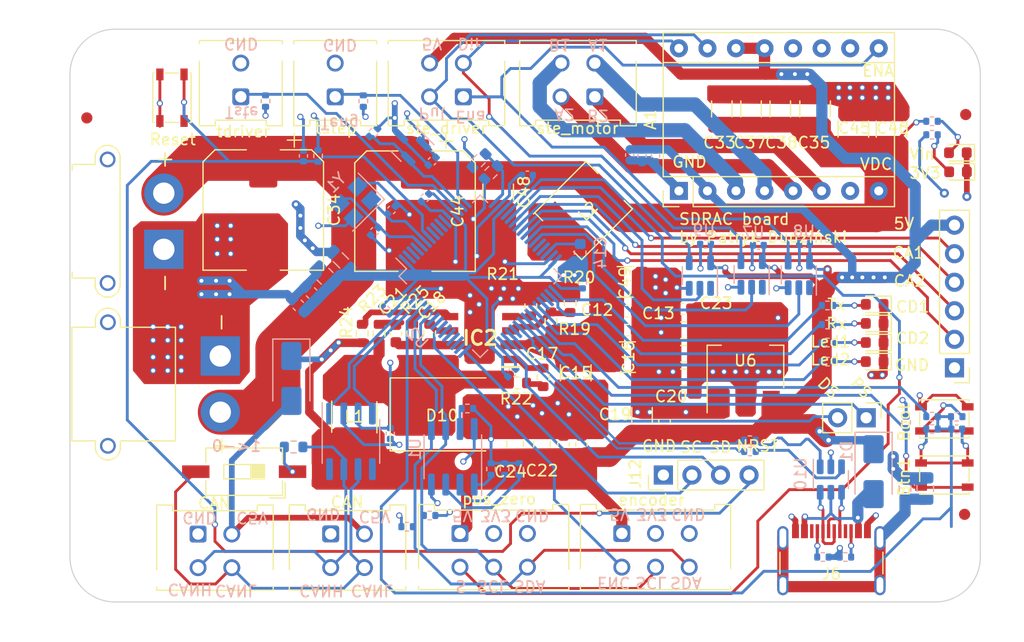
<source format=kicad_pcb>
(kicad_pcb (version 20221018) (generator pcbnew)
  (title_block (title "SDRAC board") (date "2024-02-06") (rev "2.0") (company "Patryk Dudziński"))
  (layers (0 "F.Cu" signal) (1 "In1.Cu" power "Power3.3V") (2 "In2.Cu" power "GND") (31 "B.Cu" signal) (34 "B.Paste" user) (35 "F.Paste" user) (36 "B.SilkS" user "B.Silkscreen") (37 "F.SilkS" user "F.Silkscreen") (38 "B.Mask" user) (39 "F.Mask" user) (44 "Edge.Cuts" user))
  (net 0 "")
  (net 1 "GND")
  (net 2 "+5V")
  (net 3 "/SteperMotor/STEPER_B1")
  (net 4 "/SteperMotor/STEPER_A1")
  (net 5 "/SteperMotor/STEPER_A2")
  (net 6 "/SteperMotor/STEPER_B2")
  (net 7 "VDC")
  (net 8 "/SteperMotor/STEPER_ENABLE")
  (net 12 "/SteperMotor/STEPER_STEP")
  (net 13 "/SteperMotor/STEPER_DIRECTION")
  (net 14 "/MCU/NRST")
  (net 15 "/MCU/OSC_IN")
  (net 16 "/MCU/OSC_OUT")
  (net 17 "+3V3")
  (net 18 "Net-(IC2-BOOT)")
  (net 19 "Net-(C17-Pad2)")
  (net 20 "Net-(IC2-SS_OR_PGOOD)")
  (net 21 "Net-(C21-Pad1)")
  (net 22 "Net-(J6-SHIELD)")
  (net 23 "/USB/V_BUS")
  (net 24 "/CAN/CAN_5V")
  (net 25 "Net-(D3-A)")
  (net 26 "Net-(D4-A)")
  (net 27 "Net-(D5-A)")
  (net 28 "Net-(D6-A)")
  (net 29 "Net-(D7-A)")
  (net 30 "Net-(D8-A)")
  (net 31 "Net-(IC2-EN)")
  (net 32 "Net-(IC2-RT{slash}SYNC)")
  (net 33 "Net-(IC2-FB)")
  (net 34 "/MCU/SWDIO")
  (net 35 "/MCU/SWCLK")
  (net 36 "Net-(J6-CC1)")
  (net 37 "/USB/USB_CONN_D+")
  (net 38 "/USB/USB_CONN_D-")
  (net 40 "Net-(J6-CC2)")
  (net 42 "/MCU/Temp_Eng")
  (net 43 "/MCU/Temp_Step")
  (net 44 "/MCU/Mag_enc_analog")
  (net 45 "/MCU/SCL")
  (net 46 "/MCU/SDA")
  (net 47 "Net-(R1-Pad2)")
  (net 48 "Net-(R2-Pad2)")
  (net 49 "/MCU/USR_LED1")
  (net 50 "/MCU/BOOT0")
  (net 51 "Net-(R5-Pad2)")
  (net 52 "Net-(U1-WP)")
  (net 53 "/MCU/USR_LED2")
  (net 54 "/MCU/USR_BTN")
  (net 55 "/CAN/RXD_LED")
  (net 56 "/CAN/TXD_LED")
  (net 57 "/CAN/CANH")
  (net 58 "Net-(R14-Pad2)")
  (net 59 "/MCU/V_SENSE")
  (net 60 "Net-(R29-Pad1)")
  (net 61 "/MCU/USB_D-")
  (net 62 "Net-(R30-Pad1)")
  (net 63 "/MCU/USB_D+")
  (net 64 "/MCU/Temp_Board")
  (net 65 "/CAN/CANL")
  (net 69 "/MCU/MCU_STEPER_ENABLE")
  (net 70 "/MCU/MCU_STEPER_DIRECTION")
  (net 73 "/MCU/Poz_zero_sens")
  (net 74 "/MCU/MCU_STEPER_STEP")
  (net 75 "/MCU/C_D2")
  (net 76 "/MCU/C_D1")
  (net 77 "/MCU/C_A2")
  (net 79 "Net-(U2-VCAP_1)")
  (net 82 "/MCU/PUL_SYNC")
  (net 83 "/MCU/DIR_SYNC")
  (net 87 "/MCU/C_A1")
  (net 90 "/CAN/RXD")
  (net 91 "/CAN/TXD")
  (net 97 "/MCU/3V3_MCU")
  (net 98 "Net-(D10-K)")
  (net 102 "Net-(R34-Pad1)")
  (net 103 "/MCU/BOOT_EN")
  (net 107 "VCC")
  (footprint "Resistor_SMD:R_0603_1608Metric" (layer "F.Cu") (at 145.4 87 90)
    (fp_text reference "R20")
    (fp_text value "86.6k")
  )
  (footprint "Connector_Molex:Molex_Micro-Fit_3.0_43045-0412_2x02_P3.00mm_Vertical" (layer "F.Cu") (at 112.3 107.55)
    (fp_text reference "U4" hide)
    (fp_text value "CAN")
  )
  (footprint "Resistor_SMD:R_0603_1608Metric" (layer "F.Cu") (at 141.9 87.3 90)
    (fp_text reference "R21")
    (fp_text value "60.4k")
  )
  (footprint "Package_TO_SOT_SMD:SOT-223-3_TabPin2" (layer "F.Cu") (at 161 92.65 90)
    (fp_text reference "U6")
    (fp_text value "AZ1117-3.3")
  )
  (footprint "Connector_AMASS:AMASS_XT30PW-F_1x02_P2.50mm_Horizontal" (layer "F.Cu") (at 109.25 82.2 90)
    (fp_text reference "J3" hide)
    (fp_text value "Conn_01x02_Female")
  )
  (footprint "Connector_Molex:Molex_Micro-Fit_3.0_43045-0412_2x02_P3.00mm_Vertical" (layer "F.Cu") (at 147.6 68.62 180)
    (fp_text reference "J5" hide)
    (fp_text value "STEPER_DRIVER_MOTOR_OUT")
  )
  (footprint "Button_Switch_SMD:SW_DIP_SPSTx01_Slide_6.7x4.1mm_W8.61mm_P2.54mm_LowProfile" (layer "F.Cu") (at 116.4 102 180)
    (fp_text reference "SW4" hide)
    (fp_text value "SW_DIP_x01")
  )
  (footprint "Diode_SMD:D_0603_1608Metric" (layer "F.Cu") (at 172.5 87.1 180)
    (fp_text reference "D6" hide)
    (fp_text value "LED_TXD")
  )
  (footprint "Capacitor_SMD:CP_Elec_10x10.5" (layer "F.Cu") (at 131.6 78.8 -90)
    (fp_text reference "C44")
    (fp_text value "47u")
  )
  (footprint "Connector_AMASS:AMASS_XT30PW-M_1x02_P2.50mm_Horizontal" (layer "F.Cu") (at 114.275 91.7 90)
    (fp_text reference "J2" hide)
    (fp_text value "Conn_01x02_Male")
  )
  (footprint "Resistor_SMD:R_0603_1608Metric" (layer "F.Cu") (at 126.9 89.7 90)
    (fp_text reference "R24")
    (fp_text value "43k")
  )
  (footprint "Resistor_SMD:R_0603_1608Metric" (layer "F.Cu") (at 132.9 89.7 -90)
    (fp_text reference "C18")
    (fp_text value "0.033u")
  )
  (footprint "Capacitor_SMD:C_0603_1608Metric" (layer "F.Cu") (at 146.412 99.57 90)
    (fp_text reference "C28" hide)
    (fp_text value "100n")
  )
  (footprint "Capacitor_SMD:C_1206_3216Metric" (layer "F.Cu") (at 161.5 69.7 90)
    (fp_text reference "C37")
    (fp_text value "100n")
  )
  (footprint "Capacitor_SMD:C_1210_3225Metric" (layer "F.Cu") (at 174 71.5 90)
    (fp_text reference "C46")
    (fp_text value "10u")
  )
  (footprint "Connector_Molex:Molex_Micro-Fit_3.0_43045-0612_2x03_P3.00mm_Vertical" (layer "F.Cu") (at 135.6 107.5)
    (fp_text reference "J10" hide)
    (fp_text value "Pos_zero_sens")
  )
  (footprint "Diode_SMD:D_0603_1608Metric" (layer "F.Cu") (at 172.5 90.5 180)
    (fp_text reference "D3" hide)
    (fp_text value "USR_LED1")
  )
  (footprint "Resistor_SMD:R_0603_1608Metric" (layer "F.Cu") (at 143 93.6 -90)
    (fp_text reference "C17")
    (fp_text value "100n")
  )
  (footprint "Capacitor_SMD:C_1210_3225Metric" (layer "F.Cu") (at 139 77.1 -90)
    (fp_text reference "C48")
    (fp_text value "10u")
  )
  (footprint "Capacitor_SMD:C_1206_3216Metric" (layer "F.Cu") (at 151.8 97 90)
    (fp_text reference "C19")
    (fp_text value "10u")
  )
  (footprint "Capacitor_SMD:C_1210_3225Metric" (layer "F.Cu") (at 150.5 91.8)
    (fp_text reference "C16")
    (fp_text value "10u")
  )
  (footprint "Button_Switch_SMD:SW_SPST_PTS810" (layer "F.Cu") (at 109.975 68.7 90)
    (fp_text reference "SW2" hide)
    (fp_text value "NRST")
  )
  (footprint "Capacitor_SMD:C_1206_3216Metric" (layer "F.Cu") (at 164.1 69.7 90)
    (fp_text reference "C38")
    (fp_text value "100n")
  )
  (footprint "Button_Switch_SMD:SW_SPST_PTS810" (layer "F.Cu") (at 178.7 97.3 180)
    (fp_text reference "SW1" hide)
    (fp_text value "BOOT0")
  )
  (footprint "Fiducial:Fiducial_1mm_Mask2mm" (layer "F.Cu") (at 180.6 70.2)
    (fp_text reference "FID2" hide)
    (fp_text value "Fiducial")
  )
  (footprint "Capacitor_SMD:C_0805_2012Metric" (layer "F.Cu") (at 142.9 99.525 90)
    (fp_text reference "C22")
    (fp_text value "10u")
  )
  (footprint "Capacitor_SMD:C_0603_1608Metric" (layer "F.Cu") (at 153.8 97.5 90)
    (fp_text reference "C20")
    (fp_text value "100n")
  )
  (footprint "Capacitor_SMD:C_1210_3225Metric" (layer "F.Cu") (at 145.9 93.2 -90)
    (fp_text reference "C15")
    (fp_text value "10u")
  )
  (footprint "Capacitor_SMD:C_0603_1608Metric" (layer "F.Cu") (at 150.475 89.4)
    (fp_text reference "C13")
    (fp_text value "1n")
  )
  (footprint "Capacitor_SMD:CP_Elec_10x10.5" (layer "F.Cu") (at 118.1 78.7 -90)
    (fp_text reference "C34")
    (fp_text value "47u")
  )
  (footprint "Capacitor_SMD:C_1210_3225Metric" (layer "F.Cu") (at 170.6 71.5 90)
    (fp_text reference "C45")
    (fp_text value "10u")
  )
  (footprint "Resistor_SMD:R_0603_1608Metric" (layer "F.Cu") (at 143.7 88.6 90)
    (fp_text reference "R19")
    (fp_text value "430k")
  )
  (footprint "Resistor_SMD:R_0603_1608Metric" (layer "F.Cu") (at 131.4 89.7 -90)
    (fp_text reference "R25")
    (fp_text value "7.5k")
  )
  (footprint "Diode_SMD:D_SMC" (layer "F.Cu") (at 134.3 96.9)
    (fp_text reference "D10")
    (fp_text value "SS34")
  )
  (footprint "Button_Switch_SMD:SW_SPST_PTS810" (layer "F.Cu") (at 178.7 102.3)
    (fp_text reference "SW3" hide)
    (fp_text value "USR_BTN")
  )
  (footprint "MountingHole:MountingHole_3.2mm_M3_ISO7380" (layer "F.Cu") (at 104.9 66.6)
    (fp_text reference "H1" hide)
    (fp_text value "MountingHole")
  )
  (footprint "Resistor_SMD:R_0603_1608Metric" (layer "F.Cu") (at 128.4 89.7 90)
    (fp_text reference "R23")
    (fp_text value "5.1")
  )
  (footprint "Connector_Molex:Molex_Micro-Fit_3.0_43045-0612_2x03_P3.00mm_Vertical" (layer "F.Cu") (at 150 107.5)
    (fp_text reference "J9" hide)
    (fp_text value "Mag_enc")
  )
  (footprint "SamacSys_Parts:SOIC127P600X170-9N" (layer "F.Cu") (at 137.4 90.1 180)
    (fp_text reference "IC2")
    (fp_text value "LMR16030PDDA" hide)
  )
  (footprint "Capacitor_SMD:C_0603_1608Metric" (layer "F.Cu") (at 150.475 87.7)
    (fp_text reference "C12")
    (fp_text value "100n")
  )
  (footprint "Capacitor_SMD:C_0603_1608Metric" (layer "F.Cu") (at 144.812 99.57 90)
    (fp_text reference "C26" hide)
    (fp_text value "100n")
  )
  (footprint "Connector_Molex:Molex_Micro-Fit_3.0_43045-0412_2x02_P3.00mm_Vertical" (layer "F.Cu") (at 124.1 107.54)
    (fp_text reference "U5" hide)
    (fp_text value "CAN")
  )
  (footprint "Capacitor_SMD:C_0805_2012Metric" (layer "F.Cu") (at 155.5 93.6 180)
    (fp_text reference "C27" hide)
    (fp_text value "10u")
  )
  (footprint "Connector_PinHeader_2.54mm:PinHeader_1x04_P2.54mm_Vertical" (layer "F.Cu") (at 153.7 102.3 90)
    (fp_text reference "J12")
    (fp_text value "SWD")
  )
  (footprint "Connector_USB:USB_C_Receptacle_G-Switch_GT-USB-7010ASV" (layer "F.Cu") (at 168.65 111.025)
    (fp_text reference "J6")
    (fp_text value "USB_C_Receptacle_USB2.0")
  )
  (footprint "Connector_Molex:Molex_Micro-Fit_3.0_43045-0412_2x02_P3.00mm_Vertical" (layer "F.Cu") (at 135.9 68.62 180)
    (fp_text reference "J4" hide)
    (fp_text value "STEPER_DRIVER_CONTROL")
  )
  (footprint "Fiducial:Fiducial_1mm_Mask2mm" (layer "F.Cu") (at 102.4 70.5)
    (fp_text reference "FID1" hide)
    (fp_text value "Fiducial")
  )
  (footprint "Capacitor_SMD:C_0805_2012Metric" (layer "F.Cu") (at 140.5 99.525 90)
    (fp_text reference "C24")
    (fp_text value "10u")
  )
  (footprint "Inductor_SMD:L_6.3x6.3_H3" (layer "F.Cu") (at 146.6 78.7 -135)
    (fp_text reference "L2")
    (fp_text value "22u")
  )
  (footprint "MountingHole:MountingHole_3.2mm_M3_ISO7380" (layer "F.Cu") (at 177.9 66.6)
    (fp_text reference "H2" hide)
    (fp_text value "MountingHole")
  )
  (footprint "Resistor_SMD:R_0603_1608Metric" (layer "F.Cu") (at 140.7 94.1 180)
    (fp_text reference "R22")
    (fp_text value "5.1")
  )
  (footprint "Connector_PinHeader_2.54mm:PinHeader_1x06_P2.54mm_Vertical" (layer "F.Cu") (at 179.6 92.75 180)
    (fp_text reference "J1" hide)
    (fp_text value "INOUT")
  )
  (footprint "Diode_SMD:D_0603_1608Metric" (layer "F.Cu") (at 179.9125 75.3 180)
    (fp_text reference "D8" hide)
    (fp_text value "LV_PWR")
  )
  (footprint "Diode_SMD:D_0603_1608Metric" (layer "F.Cu") (at 179.9 73.6 180)
    (fp_text reference "D7" hide)
    (fp_text value "HV_PWR")
  )
  (footprint "Diode_SMD:D_0603_1608Metric" (layer "F.Cu") (at 172.5 92.2 180)
    (fp_text reference "D4" hide)
    (fp_text value "USR_LED2")
  )
  (footprint "MountingHole:MountingHole_3.2mm_M3_ISO7380" (layer "F.Cu") (at 177.9 109.6)
    (fp_text reference "H3" hide)
    (fp_text value "MountingHole")
  )
  (footprint "Inductor_SMD:L_1812_4532Metric" (layer "F.Cu") (at 126.2 97.1 -90)
    (fp_text reference "L1")
    (fp_text value "12u")
  )
  (footprint "MountingHole:MountingHole_3.2mm_M3_ISO7380" (layer "F.Cu") (at 104.9 109.6)
    (fp_text reference "H4" hide)
    (fp_text value "MountingHole")
  )
  (footprint "Fiducial:Fiducial_1mm_Mask2mm" (layer "F.Cu") (at 180.5 105.8)
    (fp_text reference "FID3" hide)
    (fp_text value "Fiducial")
  )
  (footprint "Capacitor_SMD:C_1210_3225Metric" (layer "F.Cu") (at 150.3 85.1)
    (fp_text reference "C49")
    (fp_text value "10u")
  )
  (footprint "Capacitor_SMD:C_0603_1608Metric" (layer "F.Cu") (at 155.4 87.5 180)
    (fp_text reference "C23")
    (fp_text value "100n")
  )
  (footprint "Capacitor_SMD:C_0805_2012Metric" (layer "F.Cu") (at 155.5 89.4 180)
    (fp_text reference "C29" hide)
    (fp_text value "10u")
  )
  (footprint "Module:Pololu_Breakout-16_15.2x20.3mm" (layer "F.Cu") (at 155.08 77 90)
    (fp_text reference "A1")
    (fp_text value "STEPER_MOTOR_BREAKOUT")
  )
  (footprint "Connector_Molex:Molex_Micro-Fit_3.0_43045-0212_2x01_P3.00mm_Vertical" (layer "F.Cu") (at 124.5 68.62 180)
    (fp_text reference "J7" hide)
    (fp_text value "Conn_01x02")
  )
  (footprint "Capacitor_SMD:C_0603_1608Metric" (layer "F.Cu") (at 129.9 89.7 -90)
    (fp_text reference "C21")
    (fp_text value "100p")
  )
  (footprint "Connector_Molex:Molex_Micro-Fit_3.0_43045-0212_2x01_P3.00mm_Vertical" (layer "F.Cu") (at 116.1 68.62 180)
    (fp_text reference "J8" hide)
    (fp_text value "Conn_01x02")
  )
  (footprint "Capacitor_SMD:C_0805_2012Metric" (layer "F.Cu") (at 155.5 91.5 180)
    (fp_text reference "C25" hide)
    (fp_text value "10u")
  )
  (footprint "Diode_SMD:D_0603_1608Metric" (layer "F.Cu") (at 172.5 88.8 180)
    (fp_text reference "D5" hide)
    (fp_text value "LED_RXD")
  )
  (footprint "Capacitor_SMD:C_1206_3216Metric" (layer "F.Cu") (at 158.9 69.7 90)
    (fp_text reference "C33")
    (fp_text value "1n")
  )
  (footprint "Connector_PinHeader_2.54mm:PinHeader_1x02_P2.54mm_Vertical" (layer "F.Cu") (at 171.74 97.2 -90)
    (fp_text reference "J11" hide)
    (fp_text value "SYNCHRONIZER")
  )
  (footprint "Capacitor_SMD:C_1210_3225Metric" (layer "F.Cu") (at 167.2 69.7 90)
    (fp_text reference "C35")
    (fp_text value "10u")
  )
  (footprint "Package_SO:SOIC-8_3.9x4.9mm_P1.27mm" (layer "B.Cu") (at 125.9 99.3 -90)
    (fp_text reference "U3" hide)
    (fp_text value "SN65HVD232")
  )
  (footprint "Resistor_SMD:R_0402_1005Metric" (layer "B.Cu") (at 127.9 71.8 45)
    (fp_text reference "R33" hide)
    (fp_text value "100k")
  )
  (footprint "Resistor_SMD:R_0402_1005Metric" (layer "B.Cu") (at 132.9 105.9 180)
    (fp_text reference "R9" hide)
    (fp_text value "4k7")
  )
  (footprint "Capacitor_SMD:C_0402_1005Metric_Pad0.74x0.62mm_HandSolder" (layer "B.Cu") (at 151.8 73.88 -90)
    (fp_text reference "C30" hide)
    (fp_text value "100n")
  )
  (footprint "Package_TO_SOT_SMD:SOT-23-5" (layer "B.Cu") (at 165.75 84.475001 90)
    (fp_text reference "U8")
    (fp_text value "SN74LV1T34DBV")
  )
  (footprint "Package_TO_SOT_SMD:SOT-23" (layer "B.Cu") (at 131 72.8 135)
    (fp_text reference "U11" hide)
    (fp_text value "MCP9700AT-ETT")
  )
  (footprint "Resistor_SMD:R_0402_1005Metric" (layer "B.Cu") (at 177.6 97.1)
    (fp_text reference "R35" hide)
    (fp_text value "1k")
  )
  (footprint "Resistor_SMD:R_0402_1005Metric" (layer "B.Cu") (at 168.3 88.9)
    (fp_text reference "R12" hide)
    (fp_text value "1k")
  )
  (footprint "Resistor_SMD:R_0402_1005Metric" (layer "B.Cu") (at 122.975 73.885 -90)
    (fp_text reference "R10" hide)
    (fp_text value "10k")
  )
  (footprint "Resistor_SMD:R_0402_1005Metric" (layer "B.Cu") (at 161.4 100.2 180)
    (fp_text reference "R30" hide)
    (fp_text value "22R")
  )
  (footprint "Resistor_SMD:R_0402_1005Metric" (layer "B.Cu") (at 177.6 98.2 180)
    (fp_text reference "R4" hide)
    (fp_text value "10k")
  )
  (footprint "Resistor_SMD:R_0402_1005Metric" (layer "B.Cu") (at 175.3 97.6 -90)
    (fp_text reference "R11" hide)
    (fp_text value "10k")
  )
  (footprint "Resistor_SMD:R_0603_1608Metric" (layer "B.Cu") (at 120.8 99.8 180)
    (fp_text reference "R14" hide)
    (fp_text value "120R")
  )
  (footprint "Resistor_SMD:R_0402_1005Metric" (layer "B.Cu") (at 127 69 90)
    (fp_text reference "R31" hide)
    (fp_text value "100k")
  )
  (footprint "Package_QFP:LQFP-64_10x10mm_P0.5mm" (layer "B.Cu") (at 137.4 84.6 -45)
    (fp_text reference "U2")
    (fp_text value "STM32F412RGT6")
  )
  (footprint "Resistor_SMD:R_0402_1005Metric" (layer "B.Cu") (at 161.4 99.2 180)
    (fp_text reference "R29" hide)
    (fp_text value "22R")
  )
  (footprint "Capacitor_SMD:C_0805_2012Metric" (layer "B.Cu") (at 123.6 84.6 135)
    (fp_text reference "C10" hide)
    (fp_text value "10u")
  )
  (footprint "Resistor_SMD:R_0402_1005Metric" (layer "B.Cu") (at 167.895 109.6 180)
    (fp_text reference "R28" hide)
    (fp_text value "5k1")
  )
  (footprint "Capacitor_SMD:C_0402_1005Metric" (layer "B.Cu") (at 140.2 93.2 45)
    (fp_text reference "C4" hide)
    (fp_text value "100n")
  )
  (footprint "Diode_SMD:D_SMA" (layer "B.Cu") (at 172.4 102 -90)
    (fp_text reference "D1")
    (fp_text value "D_Schottky")
  )
  (footprint "Capacitor_SMD:C_0402_1005Metric" (layer "B.Cu") (at 162.15 81.8375 180)
    (fp_text reference "C40" hide)
    (fp_text value "100n")
  )
  (footprint "Resistor_SMD:R_0402_1005Metric" (layer "B.Cu") (at 177.6 72)
    (fp_text reference "R18" hide)
    (fp_text value "1k")
  )
  (footprint "Capacitor_SMD:C_0402_1005Metric" (layer "B.Cu") (at 121.675 73.885 90)
    (fp_text reference "C1" hide)
    (fp_text value "100n")
  )
  (footprint "Capacitor_SMD:C_0402_1005Metric" (layer "B.Cu") (at 141.6 75.6 180)
    (fp_text reference "C36" hide)
    (fp_text value "100n")
  )
  (footprint "Package_TO_SOT_SMD:SOT-23-5" (layer "B.Cu") (at 161.55 84.437501 90)
    (fp_text reference "U7")
    (fp_text value "SN74LV1T34DBV")
  )
  (footprint "Resistor_SMD:R_0603_1608Metric" (layer "B.Cu") (at 175.2 103.5 90)
    (fp_text reference "R26" hide)
    (fp_text value "33k")
  )
  (footprint "Resistor_SMD:R_0402_1005Metric" (layer "B.Cu") (at 139.565001 101.764999 -90)
    (fp_text reference "R2" hide)
    (fp_text value "10k")
  )
  (footprint "Capacitor_SMD:C_0402_1005Metric" (layer "B.Cu") (at 128 80.6 45)
    (fp_text reference "C2" hide)
    (fp_text value "16p")
  )
  (footprint "Resistor_SMD:R_0402_1005Metric" (layer "B.Cu") (at 179.8 97.1 180)
    (fp_text reference "R34" hide)
    (fp_text value "1k")
  )
  (footprint "Capacitor_SMD:C_0402_1005Metric" (layer "B.Cu") (at 133.12132 74.355635 -135)
    (fp_text reference "C43" hide)
    (fp_text value "100n")
  )
  (footprint "Resistor_SMD:R_0402_1005Metric" (layer "B.Cu") (at 168.3 90.5)
    (fp_text reference "R3" hide)
    (fp_text value "1k")
  )
  (footprint "Capacitor_SMD:C_0603_1608Metric" (layer "B.Cu") (at 122.397918 86.084924 135)
    (fp_text reference "C8" hide)
    (fp_text value "1u")
  )
  (footprint "Capacitor_SMD:C_0805_2012Metric" (layer "B.Cu") (at 177 103.5 90)
    (fp_text reference "C42" hide)
    (fp_text value "10n")
  )
  (footprint "Resistor_SMD:R_0603_1608Metric" (layer "B.Cu") (at 138.36066 75.36066 -135)
    (fp_text reference "R16" hide)
    (fp_text value "10k")
  )
  (footprint "Resistor_SMD:R_0402_1005Metric" (layer "B.Cu") (at 140.865 101.765001 -90)
    (fp_text reference "R5" hide)
    (fp_text value "10k")
  )
  (footprint "Resistor_SMD:R_0603_1608Metric" (layer "B.Cu") (at 137.3 74.3 45)
    (fp_text reference "R15" hide)
    (fp_text value "100k")
  )
  (footprint "Resistor_SMD:R_0402_1005Metric" (layer "B.Cu") (at 168.3 87.2)
    (fp_text reference "R13" hide)
    (fp_text value "1k")
  )
  (footprint "Capacitor_SMD:C_0402_1005Metric" (layer "B.Cu") (at 129 87.6 -45)
    (fp_text reference "C6" hide)
    (fp_text value "100n")
  )
  (footprint "Resistor_SMD:R_0402_1005Metric" (layer "B.Cu") (at 136.265 96.375 180)
    (fp_text reference "R7" hide)
    (fp_text value "10k")
  )
  (footprint "Capacitor_SMD:C_0402_1005Metric" (layer "B.Cu") (at 129.4 98.6 -90)
    (fp_text reference "C11" hide)
    (fp_text value "100n")
  )
  (footprint "Capacitor_SMD:C_0402_1005Metric" (layer "B.Cu") (at 150.7 73.8 -90)
    (fp_text reference "C32" hide)
    (fp_text value "1n")
  )
  (footprint "Capacitor_SMD:C_0603_1608Metric" (layer "B.Cu") (at 121.214213 87.185786 135)
    (fp_text reference "C9" hide)
    (fp_text value "4.7u")
  )
  (footprint "Resistor_SMD:R_0402_1005Metric" (layer "B.Cu") (at 169.895 109.6)
    (fp_text reference "R27" hide)
    (fp_text value "5k1")
  )
  (footprint "Capacitor_SMD:C_0402_1005Metric_Pad0.74x0.62mm_HandSolder" (layer "B.Cu") (at 153 73.88 -90)
    (fp_text reference "C31" hide)
    (fp_text value "100n")
  )
  (footprint "Resistor_SMD:R_0402_1005Metric" (layer "B.Cu") (at 177.6 70.8)
    (fp_text reference "R17" hide)
    (fp_text value "10k")
  )
  (footprint "Capacitor_SMD:C_0402_1005Metric" (layer "B.Cu") (at 166.249999 81.675 180)
    (fp_text reference "C39" hide)
    (fp_text value "100n")
  )
  (footprint "Resistor_SMD:R_0402_1005Metric" (layer "B.Cu") (at 168.3 92.2)
    (fp_text reference "R8" hide)
    (fp_text value "1k")
  )
  (footprint "Package_TO_SOT_SMD:SOT-23-6" (layer "B.Cu") (at 168.6 102.7 -90)
    (fp_text reference "U10")
    (fp_text value "USBLC6-2SC6")
  )
  (footprint "Capacitor_SMD:C_0402_1005Metric" (layer "B.Cu") (at 179.8 98.2)
    (fp_text reference "C47" hide)
    (fp_text value "4.7u")
  )
  (footprint "Capacitor_SMD:C_0603_1608Metric" (layer "B.Cu") (at 146.3 82.5 -90)
    (fp_text reference "C14")
    (fp_text value "2.2u")
  )
  (footprint "Crystal:Crystal_SMD_3225-4Pin_3.2x2.5mm" (layer "B.Cu") (at 126.3 78 -135)
    (fp_text reference "Y1")
    (fp_text value "16MHz")
  )
  (footprint "Capacitor_SMD:C_0402_1005Metric" (layer "B.Cu") (at 132.5 77.6 -135)
    (fp_text reference "C7" hide)
    (fp_text value "100n")
  )
  (footprint "Capacitor_SMD:C_0402_1005Metric" (layer "B.Cu") (at 129.5 78.7 -135)
    (fp_text reference "C3" hide)
    (fp_text value "16p")
  )
  (footprint "Resistor_SMD:R_0402_1005Metric" (layer "B.Cu") (at 138.365001 101.765 -90)
    (fp_text reference "R1" hide)
    (fp_text value "10k")
  )
  (footprint "Capacitor_SMD:C_0402_1005Metric" (layer "B.Cu") (at 146.5 85.2 90)
    (fp_text reference "C5" hide)
    (fp_text value "100n")
  )
  (footprint "Diode_SMD:D_SMA" (layer "B.Cu") (at 120.6 93.7 -90)
    (fp_text reference "D2" hide)
    (fp_text value "D_Schottky")
  )
  (footprint "Resistor_SMD:R_0402_1005Metric" (layer "B.Cu") (at 130.9 106.9)
    (fp_text reference "R6" hide)
    (fp_text value "4k7")
  )
  (footprint "Package_TO_SOT_SMD:SOT-23-5" (layer "B.Cu") (at 156.95 84.5375 90)
    (fp_text reference "U9")
    (fp_text value "SN74LV1T34DBV")
  )
  (footprint "Package_SO:SOIC-8_3.9x4.9mm_P1.27mm" (layer "B.Cu") (at 134.965 100.675 90)
    (fp_text reference "U1")
    (fp_text value "FM24CL16B")
  )
  (footprint "Capacitor_SMD:C_0402_1005Metric" (layer "B.Cu") (at 157.45 81.7375 180)
    (fp_text reference "C41" hide)
    (fp_text value "100n")
  )
  (footprint "Inductor_SMD:L_0805_2012Metric" (layer "B.Cu") (at 125.014213 83.185786 135)
    (fp_text reference "FB1" hide)
    (fp_text value "FerriteBead")
  )
  (footprint "Resistor_SMD:R_0402_1005Metric" (layer "B.Cu") (at 118.3 69 90)
    (fp_text reference "R32" hide)
    (fp_text value "100k")
  )
  (gr_arc (start 181.9 109.6) (mid 180.728427 112.428427) (end 177.9 113.6) (stroke (width 0.1)) (layer "Edge.Cuts"))
  (gr_arc (start 177.9 62.6) (mid 180.728427 63.771573) (end 181.9 66.6) (stroke (width 0.1)) (layer "Edge.Cuts"))
  (gr_arc (start 100.9 66.6) (mid 102.071573 63.771573) (end 104.9 62.6) (stroke (width 0.1)) (layer "Edge.Cuts"))
  (gr_line (start 181.9 109.6) (end 181.9 66.6) (stroke (width 0.1)) (layer "Edge.Cuts"))
  (gr_line (start 100.9 66.6) (end 100.9 109.6) (stroke (width 0.1)) (layer "Edge.Cuts"))
  (gr_line (start 104.9 113.6) (end 177.9 113.6) (stroke (width 0.1)) (layer "Edge.Cuts"))
  (gr_arc (start 104.9 113.6) (mid 102.071573 112.428427) (end 100.9 109.6) (stroke (width 0.1)) (layer "Edge.Cuts"))
  (gr_line (start 177.9 62.6) (end 104.9 62.6) (stroke (width 0.1)) (layer "Edge.Cuts"))
  (gr_text "GND\n" (at 114.5 63.3 180) (layer "B.SilkS") (effects (font (size 1 1)) (justify left bottom mirror)))
  (gr_text "GND\n" (at 123.3 63.4 180) (layer "B.SilkS") (effects (font (size 1 1)) (justify left bottom mirror)))
  (gr_text "GND" (at 121.8 105.2 180) (layer "B.SilkS") (effects (font (size 1 1)) (justify left bottom mirror)))
  (gr_text "ENC" (at 147.7 111.3 180) (layer "B.SilkS") (effects (font (size 1 1)) (justify left bottom mirror)))
  (gr_text "CANL" (at 125.8 112 180) (layer "B.SilkS") (effects (font (size 1 1)) (justify left bottom mirror)))
  (gr_text "C5V" (at 126.5 105.4 180) (layer "B.SilkS") (effects (font (size 1 1)) (justify left bottom mirror)))
  (gr_text "Pul" (at 131.8 69.5 180) (layer "B.SilkS") (effects (font (size 1 1)) (justify left bottom mirror)))
  (gr_text "B1" (at 143.4 63.4 180) (layer "B.SilkS") (effects (font (size 1 1)) (justify left bottom mirror)))
  (gr_text "GND" (at 110.8 105.5 180) (layer "B.SilkS") (effects (font (size 1 1)) (justify left bottom mirror)))
  (gr_text "CANH" (at 121.2 112 180) (layer "B.SilkS") (effects (font (size 1 1)) (justify left bottom mirror)))
  (gr_text "5V" (at 132.1 63.3 180) (layer "B.SilkS") (effects (font (size 1 1)) (justify left bottom mirror)))
  (gr_text "CANL" (at 113.7 112 180) (layer "B.SilkS") (effects (font (size 1 1)) (justify left bottom mirror)))
  (gr_text "GND" (at 154.3 105.2 180) (layer "B.SilkS") (effects (font (size 1 1)) (justify left bottom mirror)))
  (gr_text "Dir" (at 135.3 63.3 180) (layer "B.SilkS") (effects (font (size 1 1)) (justify left bottom mirror)))
  (gr_text "GND" (at 140.4 105.3 180) (layer "B.SilkS") (effects (font (size 1 1)) (justify left bottom mirror)))
  (gr_text "Ena" (at 135.1 69.8 180) (layer "B.SilkS") (effects (font (size 1 1)) (justify left bottom mirror)))
  (gr_text "3V3" (at 151.2 105.2 180) (layer "B.SilkS") (effects (font (size 1 1)) (justify left bottom mirror)))
  (gr_text "3V3" (at 137.3 105.3 180) (layer "B.SilkS") (effects (font (size 1 1)) (justify left bottom mirror)))
  (gr_text "B2" (at 146.8 69.7 180) (layer "B.SilkS") (effects (font (size 1 1)) (justify left bottom mirror)))
  (gr_text "A2" (at 143.9 69.6 180) (layer "B.SilkS") (effects (font (size 1 1)) (justify left bottom mirror)))
  (gr_text "C5V" (at 115.6 105.5 180) (layer "B.SilkS") (effects (font (size 1 1)) (justify left bottom mirror)))
  (gr_text "Teng" (at 123.1 70.4 180) (layer "B.SilkS") (effects (font (size 1 1)) (justify left bottom mirror)))
  (gr_text "SCL" (at 137 111.6 180) (layer "B.SilkS") (effects (font (size 1 1)) (justify left bottom mirror)))
  (gr_text "SDA" (at 154.2 111.3 180) (layer "B.SilkS") (effects (font (size 1 1)) (justify left bottom mirror)))
  (gr_text "1<-0" (at 118 100.3) (layer "B.SilkS") (effects (font (size 1 1)) (justify left bottom mirror)))
  (gr_text "5V" (at 148.8 105.2 180) (layer "B.SilkS") (effects (font (size 1 1)) (justify left bottom mirror)))
  (gr_text "5V" (at 134.8 105.3 180) (layer "B.SilkS") (effects (font (size 1 1)) (justify left bottom mirror)))
  (gr_text "S" (at 135.1 111.6 180) (layer "B.SilkS") (effects (font (size 1 1)) (justify left bottom mirror)))
  (gr_text "CANH" (at 109.5 111.9 180) (layer "B.SilkS") (effects (font (size 1 1)) (justify left bottom mirror)))
  (gr_text "A1" (at 146.9 63.4 180) (layer "B.SilkS") (effects (font (size 1 1)) (justify left bottom mirror)))
  (gr_text "Tste" (at 114.6 69.4 180) (layer "B.SilkS") (effects (font (size 1 1)) (justify left bottom mirror)))
  (gr_text "SCL" (at 151.1 111.3 180) (layer "B.SilkS") (effects (font (size 1 1)) (justify left bottom mirror)))
  (gr_text "SDA" (at 140.3 111.6 180) (layer "B.SilkS") (effects (font (size 1 1)) (justify left bottom mirror)))
  (gr_text "encoder" (at 149.6 105.1) (layer "F.SilkS") (effects (font (size 1 1)) (justify left bottom)))
  (gr_text "3V3" (at 175.5 76) (layer "F.SilkS") (effects (font (size 1 1)) (justify left bottom)))
  (gr_text "CAN" (at 124 105.3) (layer "F.SilkS") (effects (font (size 1 1)) (justify left bottom)))
  (gr_text "CAN" (at 112.2 105.4) (layer "F.SilkS") (effects (font (size 1 1)) (justify left bottom)))
  (gr_text "SC" (at 155.1 100.4) (layer "F.SilkS") (effects (font (size 1 1)) (justify left bottom)))
  (gr_text "CD2" (at 174.3 90.7) (layer "F.SilkS") (effects (font (size 1 1)) (justify left bottom)))
  (gr_text "Led1" (at 166.7 91) (layer "F.SilkS") (effects (font (size 1 1)) (justify left bottom)))
  (gr_text "Rx" (at 168.1 89.4) (layer "F.SilkS") (effects (font (size 1 1)) (justify left bottom)))
  (gr_text "SD" (at 157.7 100.4) (layer "F.SilkS") (effects (font (size 1 1)) (justify left bottom)))
  (gr_text "PS" (at 170.1 94.2 315) (layer "F.SilkS") (effects (font (size 1 1)) (justify left bottom)))
  (gr_text "CA1" (at 174 83.1) (layer "F.SilkS") (effects (font (size 1 1)) (justify left bottom)))
  (gr_text "ENA" (at 171.3 66.9) (layer "F.SilkS") (effects (font (size 1 1)) (justify left bottom)))
  (gr_text "CA2" (at 174.1 85.6) (layer "F.SilkS") (effects (font (size 1 1)) (justify left bottom)))
  (gr_text "5V" (at 174.1 80.5) (layer "F.SilkS") (effects (font (size 1 1)) (justify left bottom)))
  (gr_text "VDC" (at 171.1 75.2) (layer "F.SilkS") (effects (font (size 1 1)) (justify left bottom)))
  (gr_text "DS" (at 167.2 94.2 315) (layer "F.SilkS") (effects (font (size 1 1)) (justify left bottom)))
  (gr_text "Reset" (at 107.9 73) (layer "F.SilkS") (effects (font (size 1 1)) (justify left bottom)))
  (gr_text "Btn1" (at 175.7 104.3 90) (layer "F.SilkS") (effects (font (size 1 1)) (justify left bottom)))
  (gr_text "Boot" (at 175.7 99.4 90) (layer "F.SilkS") (effects (font (size 1 1)) (justify left bottom)))
  (gr_text "pos_zero" (at 135.7 105) (layer "F.SilkS") (effects (font (size 1 1)) (justify left bottom)))
  (gr_text "NRST" (at 160.1 100.3) (layer "F.SilkS") (effects (font (size 1 1)) (justify left bottom)))
  (gr_text "ste_driver" (at 130.7 72) (layer "F.SilkS") (effects (font (size 1 1)) (justify left bottom)))
  (gr_text "GND" (at 151.7 100.3) (layer "F.SilkS") (effects (font (size 1 1)) (justify left bottom)))
  (gr_text "ste_motor" (at 142.3 72) (layer "F.SilkS") (effects (font (size 1 1)) (justify left bottom)))
  (gr_text "Vin" (at 175.5 74.3) (layer "F.SilkS") (effects (font (size 1 1)) (justify left bottom)))
  (gr_text "GND" (at 174.2 93.1) (layer "F.SilkS") (effects (font (size 1 1)) (justify left bottom)))
  (gr_text "Led2" (at 166.7 92.6) (layer "F.SilkS") (effects (font (size 1 1)) (justify left bottom)))
  (gr_text "tstep" (at 122.6 72) (layer "F.SilkS") (effects (font (size 1 1)) (justify left bottom)))
  (gr_text "Tx" (at 168.2 87.7) (layer "F.SilkS") (effects (font (size 1 1)) (justify left bottom)))
  (gr_text "tdriver" (at 113.8 72.3) (layer "F.SilkS") (effects (font (size 1 1)) (justify left bottom)))
  (gr_text "CD1" (at 174.3 87.9) (layer "F.SilkS") (effects (font (size 1 1)) (justify left bottom)))
  (gr_text "SDRAC board\nby Patryk Dudziński" (at 155 81.7) (layer "F.SilkS") (effects (font (size 1 1)) (justify left bottom)))
  (gr_text "GND" (at 154.4 75) (layer "F.SilkS") (effects (font (size 1 1)) (justify left bottom)))
  (segment (start 180.6 101.05) (end 180.775 101.225) (width 0.254) (layer "F.Cu") (net 1))
  (segment (start 130.155 90.73) (end 136.77 90.73) (width 0.75) (layer "F.Cu") (net 1))
  (segment (start 180.775 99.865) (end 180.61 99.7) (width 0.254) (layer "F.Cu") (net 1))
  (segment (start 129.9 90.475) (end 130.155 90.73) (width 0.75) (layer "F.Cu") (net 1))
  (segment (start 180.7 74.8) (end 180.7 77.5) (width 0.508) (layer "F.Cu") (net 1))
  (segment (start 171.85 107.3) (end 171.85 106.65) (width 0.508) (layer "F.Cu") (net 1))
  (segment (start 173.2875 93.3) (end 173.1875 93.4) (width 0.75) (layer "F.Cu") (net 1))
  (segment (start 180.6875 73.6) (end 180.6875 74.7875) (width 0.508) (layer "F.Cu") (net 1))
  (segment (start 176.625 99.81) (end 176.635 99.8) (width 0.254) (layer "F.Cu") (net 1))
  (segment (start 108.9 67.1) (end 108.9 71.25) (width 0.254) (layer "F.Cu") (net 1))
  (segment (start 180.775 101.225) (end 180.775 99.865) (width 0.254) (layer "F.Cu") (net 1))
  (segment (start 173.2875 87.1) (end 173.2875 92.2) (width 0.75) (layer "F.Cu") (net 1))
  (segment (start 173.2875 92.2) (end 173.2875 93.3) (width 0.75) (layer "F.Cu") (net 1))
  (segment (start 165.45 106.35) (end 165.1 106) (width 0.508) (layer "F.Cu") (net 1))
  (segment (start 176.625 101.225) (end 176.625 99.81) (width 0.254) (layer "F.Cu") (net 1))
  (segment (start 180.775 101.225) (end 176.625 101.225) (width 0.254) (layer "F.Cu") (net 1))
  (segment (start 171.85 106.65) (end 172.6 105.9) (width 0.508) (layer "F.Cu") (net 1))
  (segment (start 180.6875 74.7875) (end 180.7 74.8) (width 0.508) (layer "F.Cu") (net 1))
  (segment (start 173.1875 93.4) (end 172.2 93.4) (width 0.75) (layer "F.Cu") (net 1))
  (segment (start 136.77 90.73) (end 137.4 90.1) (width 0.75) (layer "F.Cu") (net 1))
  (segment (start 165.45 107.3) (end 165.45 106.35) (width 0.508) (layer "F.Cu") (net 1))
  (via (at 165.8 83.871) (size 0.55) (drill 0.35) (layers "F.Cu" "B.Cu") (net 1))
  (via (at 174.15 100.65) (size 0.55) (drill 0.35) (layers "F.Cu" "B.Cu") (net 1))
  (via (at 109.6 89.1) (size 0.55) (drill 0.35) (layers "F.Cu" "B.Cu") (net 1))
  (via (at 169.3 68.7) (size 0.55) (drill 0.35) (layers "F.Cu" "B.Cu") (net 1))
  (via (at 133.9 85.7) (size 0.55) (drill 0.35) (layers "F.Cu" "B.Cu") (net 1))
  (via (at 138.4 85.685995) (size 0.55) (drill 0.35) (layers "F.Cu" "B.Cu") (net 1))
  (via (at 112.6 85) (size 0.55) (drill 0.35) (layers "F.Cu" "B.Cu") (net 1))
  (via (at 153.9 84.9) (size 0.55) (drill 0.35) (layers "F.Cu" "B.Cu") (net 1))
  (via (at 121.4 70.4) (size 0.55) (drill 0.35) (layers "F.Cu" "B.Cu") (net 1))
  (via (at 114 82.6) (size 0.55) (drill 0.35) (layers "F.Cu" "B.Cu") (net 1))
  (via (at 129.8 69.2) (size 0.55) (drill 0.35) (layers "F.Cu" "B.Cu") (net 1))
  (via (at 110.8 91.8) (size 0.55) (drill 0.35) (layers "F.Cu" "B.Cu") (net 1))
  (via (at 172.2 93.4) (size 0.55) (drill 0.35) (layers "F.Cu" "B.Cu") (net 1))
  (via (at 137.3 87.1) (size 0.55) (drill 0.35) (layers "F.Cu" "B.Cu") (net 1))
  (via (at 140.3 86.6) (size 0.55) (drill 0.35) (layers "F.Cu" "B.Cu") (net 1))
  (via (at 115.1 85) (size 0.55) (drill 0.35) (layers "F.Cu" "B.Cu") (net 1))
  (via (at 136.5 87.8) (size 0.55) (drill 0.35) (layers "F.Cu" "B.Cu") (net 1))
  (via (at 129.8 70.5) (size 0.55) (drill 0.35) (layers "F.Cu" "B.Cu") (net 1))
  (via (at 110.8 89.1) (size 0.55) (drill 0.35) (layers "F.Cu" "B.Cu") (net 1))
  (via (at 129.3 82.3) (size 0.55) (drill 0.35) (layers "F.Cu" "B.Cu") (net 1))
  (via (at 154.55 93.102) (size 0.55) (drill 0.35) (layers "F.Cu" "B.Cu") (net 1))
  (via (at 139.9 96.2) (size 0.55) (drill 0.35) (layers "F.Cu" "B.Cu") (net 1))
  (via (at 136.5 86.3) (size 0.55) (drill 0.35) (layers "F.Cu" "B.Cu") (net 1))
  (via (at 139.6 83.3) (size 0.55) (drill 0.35) (layers "F.Cu" "B.Cu") (net 1))
  (via (at 113.9 86.2) (size 0.55) (drill 0.35) (layers "F.Cu" "B.Cu") (net 1))
  (via (at 130.198 99.6) (size 0.55) (drill 0.35) (layers "F.Cu" "B.Cu") (net 1))
  (via (at 163.75 85.675) (size 0.55) (drill 0.35) (layers "F.Cu" "B.Cu") (net 1))
  (via (at 144.3 95.9) (size 0.55) (drill 0.35) (layers "F.Cu" "B.Cu") (net 1))
  (via (at 109.6 93) (size 0.55) (drill 0.35) (layers "F.Cu" "B.Cu") (net 1))
  (via (at 139.2 86.6) (size 0.55) (drill 0.35) (layers "F.Cu" "B.Cu") (net 1))
  (via (at 173.7 67.8) (size 0.55) (drill 0.35) (layers "F.Cu" "B.Cu") (net 1))
  (via (at 138.365 99.1) (size 0.55) (drill 0.35) (layers "F.Cu" "B.Cu") (net 1))
  (via (at 157 83.9) (size 0.55) (drill 0.35) (layers "F.Cu" "B.Cu") (net 1))
  (via (at 169.4 108.8) (size 0.55) (drill 0.35) (layers "F.Cu" "B.Cu") (net 1))
  (via (at 153.9 86.098) (size 0.55) (drill 0.35) (layers "F.Cu" "B.Cu") (net 1))
  (via (at 114 81.3) (size 0.55) (drill 0.35) (layers "F.Cu" "B.Cu") (net 1))
  (via (at 144.8 84.5) (size 0.55) (drill 0.35) (layers "F.Cu" "B.Cu") (net 1))
  (via (at 114 80.1) (size 0.55) (drill 0.35) (layers "F.Cu" "B.Cu") (net 1))
  (via (at 173.7 68.7) (size 0.55) (drill 0.35) (layers "F.Cu" "B.Cu") (net 1))
  (via (at 110.8 90.3) (size 0.55) (drill 0.35) (layers "F.Cu" "B.Cu") (net 1))
  (via (at 176.635 99.8) (size 0.55) (drill 0.35) (layers "F.Cu" "B.Cu") (net 1))
  (via (at 139.5 85.7) (size 0.55) (drill 0.35) (layers "F.Cu" "B.Cu") (net 1))
  (via (at 145.8 84.5) (size 0.55) (drill 0.35) (layers "F.Cu" "B.Cu") (net 1))
  (via (at 170.3 68.7) (size 0.55) (drill 0.35) (layers "F.Cu" "B.Cu") (net 1))
  (via (at 135.2 83.3) (size 0.55) (drill 0.35) (layers "F.Cu" "B.Cu") (net 1))
  (via (at 180.61 99.7) (size 0.55) (drill 0.35) (layers "F.Cu" "B.Cu") (net 1))
  (via (at 137.1 82.8) (size 0.55) (drill 0.35) (layers "F.Cu" "B.Cu") (net 1))
  (via (at 131.1 79.1) (size 0.55) (drill 0.35) (layers "F.Cu" "B.Cu") (net 1))
  (via (at 151.4 96.7) (size 0.55) (drill 0.35) (layers "F.Cu" "B.Cu") (net 1))
  (via (at 108.3 91.8) (size 0.55) (drill 0.35) (layers "F.Cu" "B.Cu") (net 1))
  (via (at 154.9 85.6) (size 0.55) (drill 0.35) (layers "F.Cu" "B.Cu") (net 1))
  (via (at 159.45 85.575) (size 0.55) (drill 0.35) (layers "F.Cu" "B.Cu") (net 1))
  (via (at 153.5 88.3) (size 0.55) (drill 0.35) (layers "F.Cu" "B.Cu") (net 1))
  (via (at 123 80.1) (size 0.55) (drill 0.35) (layers "F.Cu" "B.Cu") (net 1))
  (via (at 152.5 96.7) (size 0.55) (drill 0.35) (layers "F.Cu" "B.Cu") (net 1))
  (via (at 145.3 96.9) (size 0.55) (drill 0.35) (layers "F.Cu" "B.Cu") (net 1))
  (via (at 112.6 86.2) (size 0.55) (drill 0.35) (layers "F.Cu" "B.Cu") (net 1))
  (via (at 168.6 100.3) (size 0.55) (drill 0.35) (layers "F.Cu" "B.Cu") (net 1))
  (via (at 155.7 96.7) (size 0.55) (drill 0.35) (layers "F.Cu" "B.Cu") (net 1))
  (via (at 108.3 93) (size 0.55) (drill 0.35) (layers "F.Cu" "B.Cu") (net 1))
  (via (at 173.1875 93.4) (size 0.55) (drill 0.35) (layers "F.Cu" "B.Cu") (net 1))
  (via (at 140.7 97.1) (size 0.55) (drill 0.35) (layers "F.Cu" "B.Cu") (net 1))
  (via (at 153.3 93.102) (size 0.55) (drill 0.35) (layers "F.Cu" "B.Cu") (net 1))
  (via (at 109.6 91.8) (size 0.55) (drill 0.35) (layers "F.Cu" "B.Cu") (net 1))
  (via (at 115.2 82.6) (size 0.55) (drill 0.35) (layers "F.Cu" "B.Cu") (net 1))
  (via (at 165.1 106) (size 0.55) (drill 0.35) (layers "F.Cu" "B.Cu") (net 1))
  (via (at 136.8 79.5) (size 0.55) (drill 0.35) (layers "F.Cu" "B.Cu") (net 1))
  (via (at 133.6 104.8) (size 0.55) (drill 0.35) (layers "F.Cu" "B.Cu") (net 1))
  (via (at 108.9 69.2) (size 0.55) (drill 0.35) (layers "F.Cu" "B.Cu") (net 1))
  (via (at 174.15 101.75) (size 0.55) (drill 0.35) (layers "F.Cu" "B.Cu") (net 1))
  (via (at 169.3 67.8) (size 0.55) (drill 0.35) (layers "F.Cu" "B.Cu") (net 1))
  (via (at 171.4 67.8) (size 0.55) (drill 0.35) (layers "F.Cu" "B.Cu") (net 1))
  (via (at 172.6 105.9) (size 0.55) (drill 0.35) (layers "F.Cu" "B.Cu") (net 1))
  (via (at 172.6 68.7) (size 0.55) (drill 0.35) (layers "F.Cu" "B.Cu") (net 1))
  (via (at 108.3 89.1) (size 0.55) (drill 0.35) (layers "F.Cu" "B.Cu") (net 1))
  (via (at 142.1 96.1) (size 0.55) (drill 0.35) (layers "F.Cu" "B.Cu") (net 1))
  (via (at 115.2 81.3) (size 0.55) (drill 0.35) (layers "F.Cu" "B.Cu") (net 1))
  (via (at 110.8 93) (size 0.55) (drill 0.35) (layers "F.Cu" "B.Cu") (net 1))
  (via (at 113.9 85) (size 0.55) (drill 0.35) (layers "F.Cu" "B.Cu") (net 1))
  (via (at 161.6 83.871) (size 0.55) (drill 0.35) (layers "F.Cu" "B.Cu") (net 1))
  (via (at 140.8 85.7) (size 0.55) (drill 0.35) (layers "F.Cu" "B.Cu") (net 1))
  (via (at 153 84.6) (size 0.55) (drill 0.35) (layers "F.Cu" "B.Cu") (net 1))
  (via (at 109.6 90.3) (size 0.55) (drill 0.35) (layers "F.Cu" "B.Cu") (net 1))
  (via (at 115.2 80.1) (size 0.55) (drill 0.35) (layers "F.Cu" "B.Cu") (net 1))
  (via (at 153 85.6) (size 0.55) (drill 0.35) (layers "F.Cu" "B.Cu") (net 1))
  (via (at 108.3 90.3) (size 0.55) (drill 0.35) (layers "F.Cu" "B.Cu") (net 1))
  (via (at 142.9 96.8) (size 0.55) (drill 0.35) (layers "F.Cu" "B.Cu") (net 1))
  (via (at 180.7 77.5) (size 0.8) (drill 0.4) (layers "F.Cu" "B.Cu") (net 1))
  (via (at 172.6 67.8) (size 0.55) (drill 0.35) (layers "F.Cu" "B.Cu") (net 1))
  (via (at 171.4 68.7) (size 0.55) (drill 0.35) (layers "F.Cu" "B.Cu") (net 1))
  (via (at 170.3 67.8) (size 0.55) (drill 0.35) (layers "F.Cu" "B.Cu") (net 1))
  (via (at 153.5 89.602) (size 0.55) (drill 0.35) (layers "F.Cu" "B.Cu") (net 1))
  (via (at 115.1 86.2) (size 0.55) (drill 0.35) (layers "F.Cu" "B.Cu") (net 1))
  (segment (start 154.9 85.6) (end 154.975 85.675) (width 0.254) (layer "B.Cu") (net 1))
  (segment (start 133.06 103.15) (end 133.06 104.26) (width 0.254) (layer "B.Cu") (net 1))
  (segment (start 139.6 83.3) (end 139.78319 83.48319) (width 0.254) (layer "B.Cu") (net 1))
  (segment (start 130.198 99.6) (end 127.065001 99.6) (width 0.254) (layer "B.Cu") (net 1))
  (segment (start 131.1 79.1) (end 130.360589 78.360589) (width 0.254) (layer "B.Cu") (net 1))
  (segment (start 130.198 99.6) (end 129.92 99.6) (width 0.254) (layer "B.Cu") (net 1))
  (segment (start 116.1 86.2) (end 116.1 86) (width 0.75) (layer "B.Cu") (net 1))
  (segment (start 129.92 99.6) (end 129.4 99.08) (width 0.254) (layer "B.Cu") (net 1))
  (segment (start 129.339411 87.939411) (end 129.464395 87.939411) (width 0.254) (layer "B.Cu") (net 1))
  (segment (start 174.15 101.75) (end 174.95 102.55) (width 1) (layer "B.Cu") (net 1))
  (segment (start 180.28 99.37) (end 180.61 99.7) (width 0.254) (layer "B.Cu") (net 1))
  (segment (start 157 83.9) (end 157 81.7675) (width 0.254) (layer "B.Cu") (net 1))
  (segment (start 134.624606 79.349732) (end 134.026683 78.751809) (width 0.254) (layer "B.Cu") (net 1))
  (segment (start 127.660589 80.939411) (end 127.660589 80.960589) (width 0.25) (layer "B.Cu") (net 1))
  (segment (start 129 82.3) (end 129.3 82.3) (width 0.25) (layer "B.Cu") (net 1))
  (segment (start 156 85.283764) (end 156 85.675) (width 0.254) (layer "B.Cu") (net 1))
  (segment (start 139.114734 78.289072) (end 140 77.403806) (width 0.254) (layer "B.Cu") (net 1))
  (segment (start 125.265 97.799999) (end 125.265 96.825) (width 0.254) (layer "B.Cu") (net 1))
  (segment (start 161.6 83.871) (end 161.6 81.9075) (width 0.254) (layer "B.Cu") (net 1))
  (segment (start 140.865 101.255001) (end 138.365001 101.255) (width 0.254) (layer "B.Cu") (net 1))
  (segment (start 160.600001 85.183764) (end 160.6 85.575) (width 0.254) (layer "B.Cu") (net 1))
  (segment (start 132.781909 74.695046) (end 130.337087 72.250224) (width 0.254) (layer "B.Cu") (net 1))
  (segment (start 127.065001 99.6) (end 125.265 97.799999) (width 0.254) (layer "B.Cu") (net 1))
  (segment (start 133.9 85.7) (end 133.88319 85.71681) (width 0.254) (layer "B.Cu") (net 1))
  (segment (start 138.51681 87.28319) (end 138.51681 90.313004) (width 0.254) (layer "B.Cu") (net 1))
  (segment (start 175.2 102.675) (end 176.875 102.675) (width 1) (layer "B.Cu") (net 1))
  (segment (start 133.06 104.26) (end 133.6 104.8) (width 0.254) (layer "B.Cu") (net 1))
  (segment (start 164.800001 85.221264) (end 164.8 85.6125) (width 0.254) (layer "B.Cu") (net 1))
  (segment (start 180.28 98.2) (end 180.28 99.37) (width 0.254) (layer "B.Cu") (net 1))
  (segment (start 135.222529 79.947655) (end 134.624606 79.349732) (width 0.254) (layer "B.Cu") (net 1))
  (segment (start 129.8 70.5) (end 129.2 70.5) (width 0.254) (layer "B.Cu") (net 1))
  (segment (start 132.972987 78.751809) (end 132.160589 77.939411) (width 0.254) (layer "B.Cu") (net 1))
  (segment (start 138.51681 90.313004) (end 139.114734 90.910928) (width 0.254) (layer "B.Cu") (net 1))
  (segment (start 160.6 85.575) (end 159.45 85.575) (width 0.254) (layer "B.Cu") (net 1))
  (segment (start 164.8 85.6125) (end 163.8125 85.6125) (width 0.254) (layer "B.Cu") (net 1))
  (segment (start 152.4925 74.28) (end 155.08 76.8675) (width 0.75) (layer "B.Cu") (net 1))
  (segment (start 143.113004 83.48319) (end 143.710928 82.885266) (width 0.254) (layer "B.Cu") (net 1))
  (segment (start 125.402081 80.1) (end 126.123223 79.378858) (width 0.25) (layer "B.Cu") (net 1))
  (segment (start 168.405 109.6) (end 168.995 109.6) (width 0.508) (layer "B.Cu") (net 1))
  (segment (start 133.88319 85.71681) (end 131.686996 85.71681) (width 0.254) (layer "B.Cu") (net 1))
  (segment (start 139.2 86.6) (end 138.51681 87.28319) (width 0.254) (layer "B.Cu") (net 1))
  (segment (start 138.365 97.965) (end 136.775 96.375) (width 0.254) (layer "B.Cu") (net 1))
  (segment (start 154.975 85.675) (end 156 85.675) (width 0.254) (layer "B.Cu") (net 1))
  (segment (start 122.928249 84.375734) (end 120.666205 86.637778) (width 0.75) (layer "B.Cu") (net 1))
  (segment (start 169.4 108.8) (end 169.4 109.195) (width 0.508) (layer "B.Cu") (net 1))
  (segment (start 134.026683 78.751809) (end 132.972987 78.751809) (width 0.254) (layer "B.Cu") (net 1))
  (segment (start 116.1 86.2) (end 112.6 86.2) (width 0.75) (layer "B.Cu") (net 1))
  (segment (start 140 77.403806) (end 140 76.4) (width 0.254) (layer "B.Cu") (net 1))
  (segment (start 121.675 73.405) (end 121.675 70.675) (width 0.254) (layer "B.Cu") (net 1))
  (segment (start 168.995 109.6) (end 169.385 109.6) (width 0.508) (layer "B.Cu") (net 1))
  (segment (start 130.360589 78.360589) (end 129.839411 78.360589) (width 0.254) (layer "B.Cu") (net 1))
  (segment (start 165.8 81.705001) (end 165.769999 81.675) (width 0.254) (layer "B.Cu") (net 1))
  (segment (start 120.666205 86.637778) (end 120.228427 86.2) (width 0.75) (layer "B.Cu") (net 1))
  (segment (start 137.1 80.303806) (end 139.114734 78.289072) (width 0.254) (layer "B.Cu") (net 1))
  (segment (start 130.337087 72.250224) (end 130.337087 72.137087) (width 0.254) (layer "B.Cu") (net 1))
  (segment (start 169.4 109.195) (end 168.995 109.6) (width 0.508) (layer "B.Cu") (net 1))
  (segment (start 140.8 75.6) (end 141.12 75.6) (width 0.254) (layer "B.Cu") (net 1))
  (segment (start 139.78319 83.48319) (end 143.113004 83.48319) (width 0.254) (layer "B.Cu") (net 1))
  (segment (start 138.365 99.1) (end 138.365 97.965) (width 0.254) (layer "B.Cu") (net 1))
  (segment (start 120.228427 86.2) (end 116.1 86.2) (width 0.75) (layer "B.Cu") (net 1))
  (segment (start 126.797919 76.3) (end 126.476777 76.621142) (width 0.25) (layer "B.Cu") (net 1))
  (segment (start 122.928249 83.928249) (end 122.928249 84.375734) (width 0.75) (layer "B.Cu") (net 1))
  (segment (start 135.2 83.3) (end 135.222529 83.277471) (width 0.254) (layer "B.Cu") (net 1))
  (segment (start 138.365 99.1) (end 138.365 101.255) (width 0.254) (layer "B.Cu") (net 1))
  (segment (start 174.95 102.55) (end 177 102.55) (width 1) (layer "B.Cu") (net 1))
  (segment (start 161.6 81.9075) (end 161.67 81.8375) (width 0.254) (layer "B.Cu") (net 1))
  (segment (start 129.2 70.5) (end 128.260624 71.439376) (width 0.254) (layer "B.Cu") (net 1))
  (segment (start 140 76.4) (end 140.8 75.6) (width 0.254) (layer "B.Cu") (net 1))
  (segment (start 155.08 76.8675) (end 155.08 77) (width 0.75) (layer "B.Cu") (net 1))
  (segment (start 136.8 79.5) (end 137.777297 78.522703) (width 0.254) (layer "B.Cu") (net 1))
  (segment (start 128.3 76.3) (end 126.797919 76.3) (width 0.25) (layer "B.Cu") (net 1))
  (segment (start 135.222529 83.277471) (end 135.222529 79.947655) (width 0.254) (layer "B.Cu") (net 1))
  (segment (start 177.09 99.345) (end 177.09 98.2) (width 0.254) (layer "B.Cu") (net 1))
  (segment (start 165.8 83.871) (end 165.8 81.705001) (width 0.254) (layer "B.Cu") (net 1))
  (segment (start 137.1 82.8) (end 137.1 80.303806) (width 0.254) (layer "B.Cu") (net 1))
  (segment (start 130.360589 78.360589) (end 128.3 76.3) (width 0.25) (layer "B.Cu") (net 1))
  (segment (start 163.8125 85.6125) (end 163.75 85.675) (width 0.254) (layer "B.Cu") (net 1))
  (segment (start 176.875 102.675) (end 177 102.55) (width 1) (layer "B.Cu") (net 1))
  (segment (start 176.635 99.8) (end 177.09 99.345) (width 0.254) (layer "B.Cu") (net 1))
  (segment (start 129.464395 87.939411) (end 131.089072 86.314734) (width 0.254) (layer "B.Cu") (net 1))
  (segment (start 129.8 69.2) (end 129.8 71.6) (width 0.508) (layer "B.Cu") (net 1))
  (segment (start 127.660589 80.960589) (end 129 82.3) (width 0.25) (layer "B.Cu") (net 1))
  (segment (start 140.539411 92.335605) (end 139.114734 90.910928) (width 0.254) (layer "B.Cu") (net 1))
  (segment (start 115.1 85) (end 112.6 85) (width 0.75) (layer "B.Cu") (net 1))
  (segment (start 157 81.7675) (end 156.97 81.7375) (width 0.254) (layer "B.Cu") (net 1))
  (segment (start 121.675 70.675) (end 121.4 70.4) (width 0.254) (layer "B.Cu") (net 1))
  (segment (start 127.660589 80.939411) (end 127.660589 80.916224) (width 0.25) (layer "B.Cu") (net 1))
  (segment (start 174.15 100.65) (end 174.15 101.75) (width 1) (layer "B.Cu") (net 1))
  (segment (start 137.777297 78.522703) (end 137.777297 75.944023) (width 0.254) (layer "B.Cu") (net 1))
  (segment (start 140.539411 92.860589) (end 140.539411 92.335605) (width 0.254) (layer "B.Cu") (net 1))
  (segment (start 150.7 74.28) (end 152.4925 74.28) (width 0.75) (layer "B.Cu") (net 1))
  (segment (start 123 80.1) (end 125.402081 80.1) (width 0.25) (layer "B.Cu") (net 1))
  (segment (start 116.1 86) (end 115.1 85) (width 0.75) (layer "B.Cu") (net 1))
  (segment (start 131.686996 85.71681) (end 131.089072 86.314734) (width 0.254) (layer "B.Cu") (net 1))
  (segment (start 129.8 71.6) (end 130.337087 72.137087) (width 0.508) (layer "B.Cu") (net 1))
  (segment (start 168.6 100.3) (end 168.6 101.5625) (width 0.254) (layer "B.Cu") (net 1))
  (segment (start 163.6 96.1) (end 163.3 95.8) (width 1.75) (layer "F.Cu") (net 2))
  (segment (start 159.6 84.6) (end 159.2 84.2) (width 0.508) (layer "F.Cu") (net 2))
  (segment (start 122.2 96.7) (end 122.2 93.105) (width 0.75) (layer "F.Cu") (net 2))
  (segment (start 168.1 85.7) (end 167.8 86) (width 1.75) (layer "F.Cu") (net 2))
  (segment (start 166.8 84.6) (end 164.6085 84.6) (width 0.508) (layer "F.Cu") (net 2))
  (segment (start 167.9 85.7) (end 166.8 84.6) (width 0.508) (layer "F.Cu") (net 2))
  (segment (start 168.1 85.7) (end 168.3 85.5) (width 0.75) (layer "F.Cu") (net 2))
  (segment (start 162.7 64.3) (end 162.7 66.5) (width 1) (layer "F.Cu") (net 2))
  (segment (start 124.775 90.525) (end 127.2 90.525) (width 0.75) (layer "F.Cu") (net 2))
  (segment (start 162 98.7) (end 163.3 97.4) (width 1.75) (layer "F.Cu") (net 2))
  (segment (start 164.6085 84.6) (end 164.3645 84.6) (width 0.508) (layer "F.Cu") (net 2))
  (segment (start 148.9 100.7) (end 150.9 98.7) (width 1.75) (layer "F.Cu") (net 2))
  (segment (start 168.3 85.5) (end 168.3 83.983501) (width 0.75) (layer "F.Cu") (net 2))
  (segment (start 169.1 84.7) (end 168.1 85.7) (width 1) (layer "F.Cu") (net 2))
  (segment (start 165.7 96.1) (end 163.6 96.1) (width 1.75) (layer "F.Cu") (net 2))
  (segment (start 124.1525 91.1425) (end 124.1525 91.1475) (width 0.508) (layer "F.Cu") (net 2))
  (segment (start 164.3645 84.6) (end 163.6 83.8355) (width 0.508) (layer "F.Cu") (net 2))
  (segment (start 163.3 97.4) (end 163.3 95.8) (width 1.75) (layer "F.Cu") (net 2))
  (segment (start 136.2 102.9) (end 136.4 102.7) (width 1) (layer "F.Cu") (net 2))
  (segment (start 124.105 91.2) (end 124.1 91.2) (width 0.508) (layer "F.Cu") (net 2))
  (segment (start 124.1 91.2) (end 124.775 90.525) (width 0.75) (layer "F.Cu") (net 2))
  (segment (start 132.9 65.62) (end 135.104 63.416) (width 1) (layer "F.Cu") (net 2))
  (segment (start 124.5375 99.0375) (end 122.2 96.7) (width 0.75) (layer "F.Cu") (net 2))
  (segment (start 166.95 97.75) (end 168.15 98.95) (width 1.75) (layer "F.Cu") (net 2))
  (segment (start 122.2 93.105) (end 123.3025 92.0025) (width 0.75) (layer "F.Cu") (net 2))
  (segment (start 150 106) (end 147.1 103.1) (width 1) (layer "F.Cu") (net 2))
  (segment (start 147.1 103.1) (end 146.6 103.1) (width 1) (layer "F.Cu") (net 2))
  (segment (start 146.8 100.7) (end 148.9 100.7) (width 1.75) (layer "F.Cu") (net 2))
  (segment (start 152.074679 63.416) (end 155.258679 66.6) (width 1) (layer "F.Cu") (net 2))
  (segment (start 126 99.0375) (end 126 98.7375) (width 0.508) (layer "F.Cu") (net 2))
  (segment (start 168.1 85.7) (end 167.9 85.7) (width 0.508) (layer "F.Cu") (net 2))
  (segment (start 155.258679 66.6) (end 166.5 66.6) (width 1) (layer "F.Cu") (net 2))
  (segment (start 167.8 94) (end 165.7 96.1) (width 1.75) (layer "F.Cu") (net 2))
  (segment (start 167.8 86) (end 167.8 94) (width 1.75) (layer "F.Cu") (net 2))
  (segment (start 163.65 97.75) (end 166.95 97.75) (width 1.75) (layer "F.Cu") (net 2))
  (segment (start 126 99.0375) (end 124.5375 99.0375) (width 0.75) (layer "F.Cu") (net 2))
  (segment (start 150 107.5) (end 150 106) (width 1) (layer "F.Cu") (net 2))
  (segment (start 164.6085 84.6) (end 159.6 84.6) (width 0.508) (layer "F.Cu") (net 2))
  (segment (start 163.3 97.4) (end 163.65 97.75) (width 1.75) (layer "F.Cu") (net 2))
  (segment (start 135.6 107.5) (end 136.2 106.9) (width 1) (layer "F.Cu") (net 2))
  (segment (start 136.2 106.9) (end 136.2 102.9) (width 1) (layer "F.Cu") (net 2))
  (segment (start 159.2 84.2) (end 159.2 83.8355) (width 0.508) (layer "F.Cu") (net 2))
  (segment (start 124.1 91.205) (end 123.3025 92.0025) (width 0.75) (layer "F.Cu") (net 2))
  (segment (start 173.4 84.7) (end 169.1 84.7) (width 1) (layer "F.Cu") (net 2))
  (segment (start 150.9 98.7) (end 162 98.7) (width 1.75) (layer "F.Cu") (net 2))
  (segment (start 162.7 66.5) (end 162.8 66.6) (width 1) (layer "F.Cu") (net 2))
  (segment (start 124.1 91.2) (end 124.1 91.205) (width 0.75) (layer "F.Cu") (net 2))
  (segment (start 166.95 97.75) (end 167.6 98.4) (width 1.75) (layer "F.Cu") (net 2))
  (segment (start 171.4 84.7) (end 169.1 84.7) (width 0.75) (layer "F.Cu") (net 2))
  (segment (start 124.1525 91.1475) (end 124.1 91.2) (width 0.508) (layer "F.Cu") (net 2))
  (segment (start 160.16 64.3) (end 162.7 64.3) (width 1) (layer "F.Cu") (net 2))
  (segment (start 135.104 63.416) (end 152.074679 63.416) (width 1) (layer "F.Cu") (net 2))
  (via (at 169.6 84.7) (size 0.55) (drill 0.35) (layers "F.Cu" "B.Cu") (net 2))
  (via (at 172.4 84.7) (size 0.55) (drill 0.35) (layers "F.Cu" "B.Cu") (net 2))
  (via (at 168.4 99.2) (size 0.8) (drill 0.4) (layers "F.Cu" "B.Cu") (net 2))
  (via (at 123.3025 92.0025) (size 0.55) (drill 0.35) (layers "F.Cu" "B.Cu") (net 2))
  (via (at 173.4 84.7) (size 0.55) (drill 0.35) (layers "F.Cu" "B.Cu") (net 2))
  (via (at 159.2 83.8355) (size 0.55) (drill 0.35) (layers "F.Cu" "B.Cu") (net 2))
  (via (at 164.2 66.6) (size 0.55) (drill 0.35) (layers "F.Cu" "B.Cu") (net 2))
  (via (at 168.3 83.983501) (size 0.55) (drill 0.35) (layers "F.Cu" "B.Cu") (net 2))
  (via (at 163.6 83.8355) (size 0.55) (drill 0.35) (layers "F.Cu" "B.Cu") (net 2))
  (via (at 124.1 91.2) (size 0.55) (drill 0.35) (layers "F.Cu" "B.Cu") (net 2))
  (via (at 171.4 84.7) (size 0.55) (drill 0.35) (layers "F.Cu" "B.Cu") (net 2))
  (via (at 170.5 84.7) (size 0.55) (drill 0.35) (layers "F.Cu" "B.Cu") (net 2))
  (via (at 166.5 66.6) (size 0.55) (drill 0.35) (layers "F.Cu" "B.Cu") (net 2))
  (via (at 124.8 90.505) (size 0.55) (drill 0.35) (layers "F.Cu" "B.Cu") (net 2))
  (via (at 165.4 66.6) (size 0.55) (drill 0.35) (layers "F.Cu" "B.Cu") (net 2))
  (via (at 167.6 98.4) (size 0.8) (drill 0.4) (layers "F.Cu" "B.Cu") (net 2))
  (segment (start 159.2 83.8355) (end 158.3355 83.8355) (width 0.254) (layer "B.Cu") (net 2))
  (segment (start 163.035499 83.8355) (end 162.63 83.430001) (width 0.254) (layer "B.Cu") (net 2))
  (segment (start 164.2 66.627) (end 166.727 66.627) (width 1) (layer "B.Cu") (net 2))
  (segment (start 157.9 81.7675) (end 157.93 81.7375) (width 0.254) (layer "B.Cu") (net 2))
  (segment (start 158.3355 83.8355) (end 157.93 83.43) (width 0.254) (layer "B.Cu") (net 2))
  (segment (start 176.1 83.4) (end 176.1 81.5) (width 1) (layer "B.Cu") (net 2))
  (segment (start 123.305 92) (end 120.9 92) (width 0.508) (layer "B.Cu") (net 2))
  (segment (start 120.9 92) (end 120.6 91.7) (width 0.508) (layer "B.Cu") (net 2))
  (segment (start 176.1 81.5) (end 177.55 80.05) (width 1) (layer "B.Cu") (net 2))
  (segment (start 167.8 72) (end 169.9 74.1) (width 1) (layer "B.Cu") (net 2))
  (segment (start 172.4 99.3) (end 172.4 100) (width 0.75) (layer "B.Cu") (net 2))
  (segment (start 150.72 73.3) (end 154.1 73.3) (width 0.75) (layer "B.Cu") (net 2))
  (segment (start 157.9 83.4) (end 157.9 81.7675) (width 0.254) (layer "B.Cu") (net 2))
  (segment (start 166.075 78.6) (end 159.22 78.6) (width 0.75) (layer "B.Cu") (net 2))
  (segment (start 163.6 83.8355) (end 163.035499 83.8355) (width 0.254) (layer "B.Cu") (net 2))
  (segment (start 162.63 83.17) (end 162.5 83.3) (width 0.254) (layer "B.Cu") (net 2))
  (segment (start 159.22 78.6) (end 157.62 77) (width 0.75) (layer "B.Cu") (net 2))
  (segment (start 177.55 80.05) (end 179.6 80.05) (width 1) (layer "B.Cu") (net 2))
  (segment (start 157.62 76.82) (end 157.62 77) (width 0.75) (layer "B.Cu") (net 2))
  (segment (start 172.4 100) (end 171.6 99.2) (width 0.75) (layer "B.Cu") (net 2))
  (segment (start 150.7 73.32) (end 150.72 73.3) (width 0.75) (layer "B.Cu") (net 2))
  (segment (start 176.1 76.6) (end 176.1 81.5) (width 1) (layer "B.Cu") (net 2))
  (segment (start 172.4 84.7) (end 171.4 84.7) (width 1) (layer "B.Cu") (net 2))
  (segment (start 174.8 84.7) (end 176.1 83.4) (width 1) (layer "B.Cu") (net 2))
  (segment (start 154.1 73.3) (end 157.62 76.82) (width 0.75) (layer "B.Cu") (net 2))
  (segment (start 167.8 67.7) (end 167.8 72) (width 1) (layer "B.Cu") (net 2))
  (segment (start 173.6 74.1) (end 176.1 76.6) (width 1) (layer "B.Cu") (net 2))
  (segment (start 168.4 99.2) (end 167.6 98.4) (width 0.75) (layer "B.Cu") (net 2))
  (segment (start 170.5 84.7) (end 170.5 83.025) (width 0.75) (layer "B.Cu") (net 2))
  (segment (start 162.63 83.430001) (end 162.63 81.8375) (width 0.254) (layer "B.Cu") (net 2))
  (segment (start 124.1 91.205) (end 123.3025 92.0025) (width 0.508) (layer "B.Cu") (net 2))
  (segment (start 166.727 66.627) (end 167.8 67.7) (width 1) (layer "B.Cu") (net 2))
  (segment (start 162.629999 81.8375) (end 162.63 83.17) (width 0.254) (layer "B.Cu") (net 2))
  (segment (start 170.5 83.025) (end 166.075 78.6) (width 0.75) (layer "B.Cu") (net 2))
  (segment (start 171.4 84.7) (end 169.6 84.7) (width 1) (layer "B.Cu") (net 2))
  (segment (start 124.8 90.505) (end 123.305 92) (width 0.508) (layer "B.Cu") (net 2))
  (segment (start 171.6 99.2) (end 168.4 99.2) (width 0.75) (layer "B.Cu") (net 2))
  (segment (start 169.9 74.1) (end 173.6 74.1) (width 1) (layer "B.Cu") (net 2))
  (segment (start 167.346 83.983501) (end 166.7 83.337501) (width 0.254) (layer "B.Cu") (net 2))
  (segment (start 166.729999 83.307501) (end 166.7 83.3375) (width 0.254) (layer "B.Cu") (net 2))
  (segment (start 166.729999 81.675001) (end 166.729999 83.307501) (width 0.254) (layer "B.Cu") (net 2))
  (segment (start 124.1 91.2) (end 124.1 91.205) (width 0.508) (layer "B.Cu") (net 2))
  (segment (start 172.4 84.7) (end 174.8 84.7) (width 1) (layer "B.Cu") (net 2))
  (segment (start 168.3 83.983501) (end 167.346 83.983501) (width 0.254) (layer "B.Cu") (net 2))
  (segment (start 157.93 83.43) (end 157.93 81.7375) (width 0.254) (layer "B.Cu") (net 2))
  (segment (start 144.8 71.6) (end 142.7 69.5) (width 1.27) (layer "B.Cu") (net 3))
  (segment (start 160.16 77) (end 160.16 76.16) (width 1.27) (layer "B.Cu") (net 3))
  (segment (start 144.48 65.62) (end 144.6 65.62) (width 1.27) (layer "B.Cu") (net 3))
  (segment (start 155.6 71.6) (end 144.8 71.6) (width 1.27) (layer "B.Cu") (net 3))
  (segment (start 142.7 69.5) (end 142.7 67.4) (width 1.27) (layer "B.Cu") (net 3))
  (segment (start 142.7 67.4) (end 144.48 65.62) (width 1.27) (layer "B.Cu") (net 3))
  (segment (start 160.16 76.16) (end 155.6 71.6) (width 1.27) (layer "B.Cu") (net 3))
  (segment (start 156.5 69.3) (end 151.5 69.3) (width 1.27) (layer "B.Cu") (net 4))
  (segment (start 162.7 75.5) (end 156.5 69.3) (width 1.27) (layer "B.Cu") (net 4))
  (segment (start 147.82 65.62) (end 147.6 65.62) (width 1.27) (layer "B.Cu") (net 4))
  (segment (start 151.5 69.3) (end 147.82 65.62) (width 1.27) (layer "B.Cu") (net 4))
  (segment (start 162.7 77) (end 162.7 75.5) (width 1.27) (layer "B.Cu") (net 4))
  (segment (start 144.62 68.62) (end 150.8 74.8) (width 1.27) (layer "F.Cu") (net 5))
  (segment (start 150.8 74.8) (end 163.04 74.8) (width 1.27) (layer "F.Cu") (net 5))
  (segment (start 144.6 68.62) (end 144.62 68.62) (width 1.27) (layer "F.Cu") (net 5))
  (segment (start 163.04 74.8) (end 165.24 77) (width 1.27) (layer "F.Cu") (net 5))
  (segment (start 147.6 68.7) (end 147.6 68.62) (width 1.27) (layer "F.Cu") (net 6))
  (segment (start 151.9 73) (end 147.6 68.7) (width 1.27) (layer "F.Cu") (net 6))
  (segment (start 163.78 73) (end 151.9 73) (width 1.27) (layer "F.Cu") (net 6))
  (segment (start 167.78 77) (end 163.78 73) (width 1.27) (layer "F.Cu") (net 6))
  (segment (start 143.8 64.2) (end 141.9 66.1) (width 0.254) (layer "B.Cu") (net 8))
  (segment (start 139.32 68.62) (end 143.8 73.1) (width 0.254) (layer "B.Cu") (net 8))
  (segment (start 140.1 66.1) (end 139.32 66.88) (width 0.254) (layer "B.Cu") (net 8))
  (segment (start 154.825 79.5) (end 162.7 79.5) (width 0.254) (layer "B.Cu") (net 8))
  (segment (start 143.8 73.1) (end 148.425 73.1) (width 0.254) (layer "B.Cu") (net 8))
  (segment (start 164.8 81.6) (end 164.8 83.337501) (width 0.254) (layer "B.Cu") (net 8))
  (segment (start 139.32 66.88) (end 139.32 68.62) (width 0.254) (layer "B.Cu") (net 8))
  (segment (start 171.36 65.8) (end 150.1 65.8) (width 0.254) (layer "B.Cu") (net 8))
  (segment (start 162.7 79.5) (end 164.8 81.6) (width 0.254) (layer "B.Cu") (net 8))
  (segment (start 141.9 66.1) (end 140.1 66.1) (width 0.254) (layer "B.Cu") (net 8))
  (segment (start 150.1 65.8) (end 148.5 64.2) (width 0.254) (layer "B.Cu") (net 8))
  (segment (start 148.425 73.1) (end 154.825 79.5) (width 0.254) (layer "B.Cu") (net 8))
  (segment (start 135.9 68.62) (end 139.38 68.62) (width 0.254) (layer "B.Cu") (net 8))
  (segment (start 135.9 68.62) (end 139.32 68.62) (width 0.254) (layer "B.Cu") (net 8))
  (segment (start 172.86 64.3) (end 171.36 65.8) (width 0.254) (layer "B.Cu") (net 8))
  (segment (start 148.5 64.2) (end 143.8 64.2) (width 0.254) (layer "B.Cu") (net 8))
  (segment (start 132.9 68.62) (end 134.4 67.12) (width 0.254) (layer "B.Cu") (net 12))
  (segment (start 136.5 63.1) (end 156.42 63.1) (width 0.254) (layer "B.Cu") (net 12))
  (segment (start 156.42 63.1) (end 157.62 64.3) (width 0.254) (layer "B.Cu") (net 12))
  (segment (start 156 83.4) (end 156 81.9) (width 0.254) (layer "B.Cu") (net 12))
  (segment (start 134.88 70.6) (end 132.9 68.62) (width 0.254) (layer "B.Cu") (net 12))
  (segment (start 140.4 74.7) (end 136.3 70.6) (width 0.254) (layer "B.Cu") (net 12))
  (segment (start 155.3 81.2) (end 154.5 81.2) (width 0.254) (layer "B.Cu") (net 12))
  (segment (start 156 81.9) (end 155.3 81.2) (width 0.254) (layer "B.Cu") (net 12))
  (segment (start 136.3 70.6) (end 134.88 70.6) (width 0.254) (layer "B.Cu") (net 12))
  (segment (start 134.4 65.2) (end 136.5 63.1) (width 0.254) (layer "B.Cu") (net 12))
  (segment (start 154.5 81.2) (end 148 74.7) (width 0.254) (layer "B.Cu") (net 12))
  (segment (start 148 74.7) (end 140.4 74.7) (width 0.254) (layer "B.Cu") (net 12))
  (segment (start 134.4 67.12) (end 134.4 65.2) (width 0.254) (layer "B.Cu") (net 12))
  (segment (start 138.2 70.4) (end 138.2 68.8) (width 0.254) (layer "F.Cu") (net 13))
  (segment (start 135.9 66.5) (end 135.9 65.62) (width 0.254) (layer "F.Cu") (net 13))
  (segment (start 138.2 68.8) (end 135.9 66.5) (width 0.254) (layer "F.Cu") (net 13))
  (via (at 138.2 70.4) (size 0.55) (drill 0.35) (layers "F.Cu" "B.Cu") (net 13))
  (segment (start 137.874 63.646) (end 135.9 65.62) (width 0.254) (layer "B.Cu") (net 13))
  (segment (start 154.426 63.646) (end 137.874 63.646) (width 0.254) (layer "B.Cu") (net 13))
  (segment (start 159.6 80.3) (end 160.6 81.3) (width 0.254) (layer "B.Cu") (net 13))
  (segment (start 138.3 70.4) (end 141.8 73.9) (width 0.254) (layer "B.Cu") (net 13))
  (segment (start 138.2 70.4) (end 138.3 70.4) (width 0.254) (layer "B.Cu") (net 13))
  (segment (start 141.8 73.9) (end 148.2 73.9) (width 0.254) (layer "B.Cu") (net 13))
  (segment (start 148.2 73.9) (end 154.6 80.3) (width 0.254) (layer "B.Cu") (net 13))
  (segment (start 155.08 64.3) (end 154.426 63.646) (width 0.254) (layer "B.Cu") (net 13))
  (segment (start 160.6 81.3) (end 160.6 83.300001) (width 0.254) (layer "B.Cu") (net 13))
  (segment (start 154.6 80.3) (end 159.6 80.3) (width 0.254) (layer "B.Cu") (net 13))
  (segment (start 140.1 108.4) (end 139.4 109.1) (width 0.254) (layer "F.Cu") (net 14))
  (segment (start 111.05 67.1) (end 111.05 69.1) (width 0.254) (layer "F.Cu") (net 14))
  (segment (start 147.4 105.7) (end 147.5 105.7) (width 0.254) (layer "F.Cu") (net 14))
  (segment (start 114.7 109.1) (end 113.8 108.2) (width 0.254) (layer "F.Cu") (net 14))
  (segment (start 140.1 106.7) (end 140.1 108.4) (width 0.254) (layer "F.Cu") (net 14))
  (segment (start 113.8 108.2) (end 113.8 106.7) (width 0.254) (layer "F.Cu") (net 14))
  (segment (start 139.4 109.1) (end 114.7 109.1) (width 0.254) (layer "F.Cu") (net 14))
  (segment (start 141.1 105.7) (end 140.1 106.7) (width 0.254) (layer "F.Cu") (net 14))
  (segment (start 111.05 70.775) (end 111.05 69.1) (width 0.254) (layer "F.Cu") (net 14))
  (segment (start 147.5 105.7) (end 141.1 105.7) (width 0.254) (layer "F.Cu") (net 14))
  (segment (start 147.5 105.7) (end 148 105.7) (width 0.254) (layer "F.Cu") (net 14))
  (via (at 148 105.7) (size 0.55) (drill 0.35) (layers "F.Cu" "B.Cu") (net 14))
  (via (at 111.05 69.1) (size 0.55) (drill 0.35) (layers "F.Cu" "B.Cu") (net 14))
  (via (at 113.8 106.7) (size 0.55) (drill 0.35) (layers "F.Cu" "B.Cu") (net 14))
  (segment (start 132.258915 79.158915) (end 132.258915 80.519575) (width 0.254) (layer "B.Cu") (net 14))
  (segment (start 124.7 73.969079) (end 127.069079 73.969079) (width 0.254) (layer "B.Cu") (net 14))
  (segment (start 132.258915 80.519575) (end 132.856839 81.117499) (width 0.254) (layer "B.Cu") (net 14))
  (segment (start 122.97 74.4) (end 122.975 74.395) (width 0.254) (layer "B.Cu") (net 14))
  (segment (start 111.05 70.35) (end 115.065 74.365) (width 0.254) (layer "B.Cu") (net 14))
  (segment (start 122.945 74.365) (end 122.975 74.395) (width 0.254) (layer "B.Cu") (net 14))
  (segment (start 115.065 74.365) (end 122.945 74.365) (width 0.254) (layer "B.Cu") (net 14))
  (segment (start 161.32 103.08) (end 161.32 102.3) (width 0.254) (layer "B.Cu") (net 14))
  (segment (start 106 97.4) (end 106 76.5) (width 0.254) (layer "B.Cu") (net 14))
  (segment (start 123.400921 73.969079) (end 124.980921 73.969079) (width 0.254) (layer "B.Cu") (net 14))
  (segment (start 108.135 74.365) (end 115.065 74.365) (width 0.254) (layer "B.Cu") (net 14))
  (segment (start 106 76.5) (end 108.135 74.365) (width 0.254) (layer "B.Cu") (net 14))
  (segment (start 158.7 105.7) (end 161.32 103.08) (width 0.254) (layer "B.Cu") (net 14))
  (segment (start 148 105.7) (end 158.7 105.7) (width 0.254) (layer "B.Cu") (net 14))
  (segment (start 127.069079 73.969079) (end 132.258915 79.158915) (width 0.254) (layer "B.Cu") (net 14))
  (segment (start 111.05 69.1) (end 111.05 70.35) (width 0.254) (layer "B.Cu") (net 14))
  (segment (start 113.8 106.7) (end 113.8 105.2) (width 0.254) (layer "B.Cu") (net 14))
  (segment (start 122.975 74.395) (end 123.400921 73.969079) (width 0.254) (layer "B.Cu") (net 14))
  (segment (start 113.8 105.2) (end 106 97.4) (width 0.254) (layer "B.Cu") (net 14))
  (segment (start 125.918351 77.681802) (end 125.416117 77.681802) (width 0.25) (layer "B.Cu") (net 15))
  (segment (start 129.318274 81.081726) (end 125.918351 77.681802) (width 0.25) (layer "B.Cu") (net 15))
  (segment (start 129.318274 81.081726) (end 131.406852 81.081726) (width 0.254) (layer "B.Cu") (net 15))
  (segment (start 125.416117 77.681802) (end 124.921142 78.176777) (width 0.25) (layer "B.Cu") (net 15))
  (segment (start 131.406852 81.081726) (end 132.149732 81.824606) (width 0.254) (layer "B.Cu") (net 15))
  (segment (start 127.678858 77.823223) (end 129.555635 79.7) (width 0.25) (layer "B.Cu") (net 16))
  (segment (start 130.767661 79.735427) (end 132.503286 81.471052) (width 0.254) (layer "B.Cu") (net 16))
  (segment (start 130.732234 79.7) (end 130.767661 79.735427) (width 0.25) (layer "B.Cu") (net 16))
  (segment (start 129.555635 79.7) (end 130.732234 79.7) (width 0.25) (layer "B.Cu") (net 16))
  (segment (start 176.625 96.225) (end 176.51 96.11) (width 0.254) (layer "F.Cu") (net 17))
  (segment (start 180.775 96.225) (end 179.75 95.2) (width 0.254) (layer "F.Cu") (net 17))
  (segment (start 176.51 96.11) (end 176.51 95.2) (width 0.254) (layer "F.Cu") (net 17))
  (segment (start 177.65 95.2) (end 176.625 96.225) (width 0.254) (layer "F.Cu") (net 17))
  (segment (start 179.75 95.2) (end 177.65 95.2) (width 0.254) (layer "F.Cu") (net 17))
  (via (at 130.9 70.1) (size 0.55) (drill 0.35) (layers "F.Cu" "B.Cu") (net 17))
  (via (at 135.9 101.1) (size 0.55) (drill 0.35) (layers "F.Cu" "B.Cu") (net 17))
  (via (at 130.2 105.9) (size 0.55) (drill 0.35) (layers "F.Cu" "B.Cu") (net 17))
  (via (at 134.7 105.6) (size 0.55) (drill 0.35) (layers "F.Cu" "B.Cu") (net 17))
  (via (at 127.2 70.4) (size 0.55) (drill 0.35) (layers "F.Cu" "B.Cu") (net 17))
  (via (at 162.1 93.102) (size 0.55) (drill 0.35) (layers "F.Cu" "B.Cu") (net 17))
  (via (at 163.9 88.3) (size 0.55) (drill 0.35) (layers "F.Cu" "B.Cu") (net 17))
  (via (at 122.5 82.1) (size 0.55) (drill 0.35) (layers "F.Cu" "B.Cu") (net 17))
  (via (at 163.1 93.102) (size 0.55) (drill 0.35) (layers "F.Cu" "B.Cu") (net 17))
  (via (at 178.7 77.2) (size 0.8) (drill 0.4) (layers "F.Cu" "B.Cu") (net 17))
  (via (at 161.1 93.102) (size 0.55) (drill 0.35) (layers "F.Cu" "B.Cu") (net 17))
  (via (at 174.974321 95.625679) (size 0.55) (drill 0.35) (layers "F.Cu" "B.Cu") (net 17))
  (via (at 121.4 79.2) (size 0.55) (drill 0.35) (layers "F.Cu" "B.Cu") (net 17))
  (via (at 121.4 80.3) (size 0.55) (drill 0.35) (layers "F.Cu" "B.Cu") (net 17))
  (via (at 158.1 93.102) (size 0.55) (drill 0.35) (layers "F.Cu" "B.Cu") (net 17))
  (via (at 160.1 93.102) (size 0.55) (drill 0.35) (layers "F.Cu" "B.Cu") (net 17))
  (via (at 121.8 81.4) (size 0.55) (drill 0.35) (layers "F.Cu" "B.Cu") (net 17))
  (via (at 129.4 92.3) (size 0.55) (drill 0.35) (layers "F.Cu" "B.Cu") (net 17))
  (via (at 121 78.2) (size 0.55) (drill 0.35) (layers "F.Cu" "B.Cu") (net 17))
  (via (at 122.6 70.3) (size 0.55) (drill 0.35) (layers "F.Cu" "B.Cu") (net 17))
  (via (at 176.51 95.2) (size 0.55) (drill 0.35) (layers "F.Cu" "B.Cu") (net 17))
  (via (at 164 93.102) (size 0.55) (drill 0.35) (layers "F.Cu" "B.Cu") (net 17))
  (via (at 118.3 70.3) (size 0.55) (drill 0.35) (layers "F.Cu" "B.Cu") (net 17))
  (via (at 159.1 93.102) (size 0.55) (drill 0.35) (layers "F.Cu" "B.Cu") (net 17))
  (segment (start 136.87 98.2) (end 136.87 100.13) (width 0.254) (layer "B.Cu") (net 17))
  (segment (start 121.4 79.2) (end 121.4 78.6) (width 0.75) (layer "B.Cu") (net 17))
  (segment (start 121.4 81) (end 121.8 81.4) (width 0.75) (layer "B.Cu") (net 17))
  (segment (start 133.460731 74.016224) (end 133.460731 73.917228) (width 0.254) (layer "B.Cu") (net 17))
  (segment (start 126.862001 98.127) (end 129.393 98.127) (width 0.254) (layer "B.Cu") (net 17))
  (segment (start 122.5 82.1) (end 122.834485 82.434485) (width 0.75) (layer "B.Cu") (net 17))
  (segment (start 178.7 77.2) (end 176.5 75) (width 0.254) (layer "B.Cu") (net 17))
  (segment (start 176.5 72.59) (end 177.09 72) (width 0.254) (layer "B.Cu") (net 17))
  (segment (start 175.3 95.951358) (end 175.3 97.09) (width 0.254) (layer "B.Cu") (net 17))
  (segment (start 132.334664 72.034664) (end 132.334664 72.791161) (width 0.254) (layer "B.Cu") (net 17))
  (segment (start 121.4 80.3) (end 121.4 81) (width 0.75) (layer "B.Cu") (net 17))
  (segment (start 127 69.51) (end 127 70.2) (width 0.254) (layer "B.Cu") (net 17))
  (segment (start 121.4 78.6) (end 121 78.2) (width 0.75) (layer "B.Cu") (net 17))
  (segment (start 130.9 70.1) (end 130.9 70.6) (width 0.254) (layer "B.Cu") (net 17))
  (segment (start 118.3 69.51) (end 118.3 70.3) (width 0.254) (layer "B.Cu") (net 17))
  (segment (start 126.535 96.825) (end 126.535 97.799999) (width 0.254) (layer "B.Cu") (net 17))
  (segment (start 129.4 98.12) (end 129.4 92.3) (width 0.254) (layer "B.Cu") (net 17))
  (segment (start 122.5 82.1) (end 121.8 81.4) (width 0.75) (layer "B.Cu") (net 17))
  (segment (start 176.5 75) (end 176.5 72.59) (width 0.254) (layer "B.Cu") (net 17))
  (segment (start 134.4 105.9) (end 134.7 105.6) (width 0.254) (layer "B.Cu") (net 17))
  (segment (start 129.393 98.127) (end 129.4 98.12) (width 0.254) (layer "B.Cu") (net 17))
  (segment (start 122.975 73.375) (end 122.975 70.675) (width 0.254) (layer "B.Cu") (net 17))
  (segment (start 127 70.2) (end 127.2 70.4) (width 0.254) (layer "B.Cu") (net 17))
  (segment (start 130.39 106.09) (end 130.2 105.9) (width 0.254) (layer "B.Cu") (net 17))
  (segment (start 136.87 100.13) (end 135.9 101.1) (width 0.254) (layer "B.Cu") (net 17))
  (segment (start 133.460731 73.917228) (end 132.334664 72.791161) (width 0.254) (layer "B.Cu") (net 17))
  (segment (start 126.535 97.799999) (end 126.862001 98.127) (width 0.254) (layer "B.Cu") (net 17))
  (segment (start 121.4 79.2) (end 121.4 81) (width 0.75) (layer "B.Cu") (net 17))
  (segment (start 130.39 106.9) (end 130.39 106.09) (width 0.254) (layer "B.Cu") (net 17))
  (segment (start 133.41 105.9) (end 134.4 105.9) (width 0.254) (layer "B.Cu") (net 17))
  (segment (start 130.9 70.6) (end 132.334664 72.034664) (width 0.254) (layer "B.Cu") (net 17))
  (segment (start 174.974321 95.625679) (end 175.3 95.951358) (width 0.254) (layer "B.Cu") (net 17))
  (segment (start 122.975 70.675) (end 122.6 70.3) (width 0.254) (layer "B.Cu") (net 17))
  (segment (start 122.834485 82.434485) (end 124.262912 82.434485) (width 0.75) (layer "B.Cu") (net 17))
  (segment (start 141.575 92.775) (end 143 92.775) (width 0.508) (layer "F.Cu") (net 18))
  (segment (start 140.805 92.005) (end 141.575 92.775) (width 0.508) (layer "F.Cu") (net 18))
  (segment (start 140.112 92.005) (end 140.805 92.005) (width 0.508) (layer "F.Cu") (net 18))
  (segment (start 142.775 94.2) (end 141.625 94.2) (width 0.508) (layer "F.Cu") (net 19))
  (segment (start 143 94.425) (end 142.775 94.2) (width 0.508) (layer "F.Cu") (net 19))
  (segment (start 141.625 94.2) (end 141.525 94.1) (width 0.508) (layer "F.Cu") (net 19))
  (segment (start 132.9 88.875) (end 133.49 89.465) (width 0.508) (layer "F.Cu") (net 20))
  (segment (start 133.49 89.465) (end 134.688 89.465) (width 0.508) (layer "F.Cu") (net 20))
  (segment (start 128.855 88.72) (end 128.7 88.875) (width 0.508) (layer "F.Cu") (net 21))
  (segment (start 130.4 88.72) (end 128.855 88.72) (width 0.508) (layer "F.Cu") (net 21))
  (segment (start 172.8325 112.2375) (end 172.97 112.1) (width 1) (layer "F.Cu") (net 22))
  (segment (start 164.33 112.1) (end 164.4675 112.2375) (width 1) (layer "F.Cu") (net 22))
  (segment (start 164.33 107.9) (end 164.33 112.1) (width 1) (layer "F.Cu") (net 22))
  (segment (start 164.4675 112.2375) (end 172.8325 112.2375) (width 1) (layer "F.Cu") (net 22))
  (segment (start 172.97 112.1) (end 172.97 107.9) (width 1) (layer "F.Cu") (net 22))
  (segment (start 175.2 105.67) (end 172.97 107.9) (width 1) (layer "B.Cu") (net 22))
  (segment (start 177 104.45) (end 175.325 104.45) (width 1) (layer "B.Cu") (net 22))
  (segment (start 175.2 104.325) (end 175.2 105.67) (width 1) (layer "B.Cu") (net 22))
  (segment (start 175.325 104.45) (end 175.2 104.325) (width 1) (layer "B.Cu") (net 22))
  (segment (start 166.25 107.3) (end 166.25 106.05) (width 0.508) (layer "F.Cu") (net 23))
  (segment (start 171.05 106.15) (end 171 106.1) (width 0.508) (layer "F.Cu") (net 23))
  (segment (start 166.25 106.05) (end 166.3 106) (width 0.508) (layer "F.Cu") (net 23))
  (segment (start 171.05 107.3) (end 171.05 106.15) (width 0.508) (layer "F.Cu") (net 23))
  (via (at 171 106.1) (size 0.55) (drill 0.35) (layers "F.Cu" "B.Cu") (net 23))
  (via (at 166.3 106) (size 0.55) (drill 0.35) (layers "F.Cu" "B.Cu") (net 23))
  (segment (start 168.6 105.698324) (end 168.133824 106.1645) (width 0.254) (layer "B.Cu") (net 23))
  (segment (start 168.6 105.5) (end 168.6 105.7) (width 0.254) (layer "B.Cu") (net 23))
  (segment (start 166.4645 106.1645) (end 166.3 106) (width 0.254) (layer "B.Cu") (net 23))
  (segment (start 168.6 103.8375) (end 168.6 105.5) (width 0.254) (layer "B.Cu") (net 23))
  (segment (start 168.133824 106.1645) (end 166.4645 106.1645) (width 0.254) (layer "B.Cu") (net 23))
  (segment (start 172.4 103.4) (end 171 104.8) (width 1) (layer "B.Cu") (net 23))
  (segment (start 168.6 105.5) (end 168.6 105.698324) (width 0.254) (layer "B.Cu") (net 23))
  (segment (start 170.9355 106.1645) (end 171 106.1) (width 0.254) (layer "B.Cu") (net 23))
  (segment (start 169.0645 106.1645) (end 170.9355 106.1645) (width 0.254) (layer "B.Cu") (net 23))
  (segment (start 172.4 103.3) (end 172.4 103.4) (width 1) (layer "B.Cu") (net 23))
  (segment (start 168.6 105.7) (end 169.0645 106.1645) (width 0.254) (layer "B.Cu") (net 23))
  (segment (start 171 104.8) (end 171 106.1) (width 1) (layer "B.Cu") (net 23))
  (segment (start 127.1 107.54) (end 125.66 106.1) (width 0.508) (layer "F.Cu") (net 24))
  (segment (start 116.75 106.1) (end 115.3 107.55) (width 0.508) (layer "F.Cu") (net 24))
  (segment (start 125.66 106.1) (end 116.75 106.1) (width 0.508) (layer "F.Cu") (net 24))
  (segment (start 115.3 101) (end 115.3 107.55) (width 0.508) (layer "B.Cu") (net 24))
  (segment (start 120.6 95.7) (end 115.3 101) (width 0.508) (layer "B.Cu") (net 24))
  (segment (start 170.7 90.5) (end 171.7125 90.5) (width 0.254) (layer "F.Cu") (net 25))
  (via (at 170.7 90.5) (size 0.55) (drill 0.35) (layers "F.Cu" "B.Cu") (net 25))
  (segment (start 168.81 90.5) (end 170.7 90.5) (width 0.254) (layer "B.Cu") (net 25))
  (segment (start 170.7 92.2) (end 171.7125 92.2) (width 0.254) (layer "F.Cu") (net 26))
  (via (at 170.7 92.2) (size 0.55) (drill 0.35) (layers "F.Cu" "B.Cu") (net 26))
  (segment (start 168.81 92.2) (end 170.7 92.2) (width 0.254) (layer "B.Cu") (net 26))
  (segment (start 170.7 88.8) (end 171.7125 88.8) (width 0.254) (layer "F.Cu") (net 27))
  (via (at 170.7 88.8) (size 0.55) (drill 0.35) (layers "F.Cu" "B.Cu") (net 27))
  (segment (start 170.6 88.9) (end 170.7 88.8) (width 0.254) (layer "B.Cu") (net 27))
  (segment (start 168.81 88.9) (end 170.6 88.9) (width 0.254) (layer "B.Cu") (net 27))
  (segment (start 171.6125 87.2) (end 171.7125 87.1) (width 0.254) (layer "F.Cu") (net 28))
  (segment (start 170.7 87.2) (end 171.6125 87.2) (width 0.254) (layer "F.Cu") (net 28))
  (via (at 170.7 87.2) (size 0.55) (drill 0.35) (layers "F.Cu" "B.Cu") (net 28))
  (segment (start 170.7 87.2) (end 168.81 87.2) (width 0.254) (layer "B.Cu") (net 28))
  (segment (start 179.9 72.2) (end 179.9 72.8125) (width 0.254) (layer "F.Cu") (net 29))
  (segment (start 179.9 72.8125) (end 179.1125 73.6) (width 0.254) (layer "F.Cu") (net 29))
  (via (at 179.9 72.2) (size 0.55) (drill 0.35) (layers "F.Cu" "B.Cu") (net 29))
  (segment (start 178.5 70.8) (end 179.9 72.2) (width 0.254) (layer "B.Cu") (net 29))
  (segment (start 178.11 70.8) (end 178.5 70.8) (width 0.254) (layer "B.Cu") (net 29))
  (segment (start 179 75.3) (end 179.125 75.3) (width 0.508) (layer "F.Cu") (net 30))
  (segment (start 177.8 73.975) (end 179.125 75.3) (width 0.254) (layer "F.Cu") (net 30))
  (segment (start 177.8 73) (end 177.8 73.975) (width 0.254) (layer "F.Cu") (net 30))
  (via (at 177.8 73) (size 0.55) (drill 0.35) (layers "F.Cu" "B.Cu") (net 30))
  (segment (start 178.11 72.69) (end 177.8 73) (width 0.254) (layer "B.Cu") (net 30))
  (segment (start 178.11 72) (end 178.11 72.69) (width 0.254) (layer "B.Cu") (net 30))
  (segment (start 145.4 87.825) (end 145.325 87.9) (width 0.508) (layer "F.Cu") (net 31))
  (segment (start 143.575 87.9) (end 142.375 89.1) (width 0.508) (layer "F.Cu") (net 31))
  (segment (start 140.477 89.1) (end 140.112 89.465) (width 0.508) (layer "F.Cu") (net 31))
  (segment (start 142.375 89.1) (end 140.477 89.1) (width 0.508) (layer "F.Cu") (net 31))
  (segment (start 145.325 87.9) (end 143.575 87.9) (width 0.508) (layer "F.Cu") (net 31))
  (segment (start 140.112 88.195) (end 141.71 88.195) (width 0.508) (layer "F.Cu") (net 32))
  (segment (start 141.71 88.195) (end 141.9 88.005) (width 0.508) (layer "F.Cu") (net 32))
  (segment (start 127.684 87.816) (end 134.326 87.816) (width 0.508) (layer "F.Cu") (net 33))
  (segment (start 127.2 88.875) (end 127.2 88.3) (width 0.508) (layer "F.Cu") (net 33))
  (segment (start 134.688 88.178) (end 134.688 88.195) (width 0.508) (layer "F.Cu") (net 33))
  (segment (start 131.4 88.416) (end 132 87.816) (width 0.508) (layer "F.Cu") (net 33))
  (segment (start 132 87.816) (end 134.326 87.816) (width 0.508) (layer "F.Cu") (net 33))
  (segment (start 127.2 88.3) (end 127.684 87.816) (width 0.508) (layer "F.Cu") (net 33))
  (segment (start 134.326 87.816) (end 134.688 88.178) (width 0.508) (layer "F.Cu") (net 33))
  (segment (start 131.4 88.875) (end 131.4 88.416) (width 0.508) (layer "F.Cu") (net 33))
  (segment (start 141.5 94.3) (end 147.9 100.7) (width 0.254) (layer "B.Cu") (net 34))
  (segment (start 139.468287 90.557375) (end 141.5 92.589088) (width 0.254) (layer "B.Cu") (net 34))
  (segment (start 158.78 102.3) (end 159.32 102.3) (width 0.254) (layer "B.Cu") (net 34))
  (segment (start 147.9 100.7) (end 157.18 100.7) (width 0.254) (layer "B.Cu") (net 34))
  (segment (start 141.5 92.589088) (end 141.5 94.3) (width 0.254) (layer "B.Cu") (net 34))
  (segment (start 157.18 100.7) (end 158.78 102.3) (width 0.254) (layer "B.Cu") (net 34))
  (segment (start 148.674338 103.9) (end 155.18 103.9) (width 0.254) (layer "B.Cu") (net 35))
  (segment (start 136.038819 91.264481) (end 148.674338 103.9) (width 0.254) (layer "B.Cu") (net 35))
  (segment (start 155.18 103.9) (end 156.24 102.84) (width 0.254) (layer "B.Cu") (net 35))
  (segment (start 156.24 102.84) (end 156.24 102.3) (width 0.254) (layer "B.Cu") (net 35))
  (segment (start 167.4 107.3) (end 167.4 108.6) (width 0.254) (layer "F.Cu") (net 36))
  (via (at 167.4 108.6) (size 0.55) (drill 0.35) (layers "F.Cu" "B.Cu") (net 36))
  (segment (start 167.385 108.615) (end 167.385 109.6) (width 0.254) (layer "B.Cu") (net 36))
  (segment (start 167.4 108.6) (end 167.385 108.615) (width 0.254) (layer "B.Cu") (net 36))
  (segment (start 168.576 106.2) (end 169.224 106.2) (width 0.254) (layer "F.Cu") (net 37))
  (segment (start 169.224 106.2) (end 169.4 106.376) (width 0.254) (layer "F.Cu") (net 37))
  (segment (start 168.4 106.376) (end 168.576 106.2) (width 0.254) (layer "F.Cu") (net 37))
  (segment (start 169.55 105.25) (end 169.4 105.4) (width 0.254) (layer "F.Cu") (net 37))
  (segment (start 169.4 105.4) (end 169.4 106.376) (width 0.254) (layer "F.Cu") (net 37))
  (segment (start 169.4 106.376) (end 169.4 107.3) (width 0.254) (layer "F.Cu") (net 37))
  (segment (start 168.4 107.3) (end 168.4 106.376) (width 0.254) (layer "F.Cu") (net 37))
  (via (at 169.55 105.25) (size 0.55) (drill 0.35) (layers "F.Cu" "B.Cu") (net 37))
  (segment (start 169.55 105.25) (end 169.55 103.8375) (width 0.254) (layer "B.Cu") (net 37))
  (segment (start 168.724 108.4) (end 168.076 108.4) (width 0.254) (layer "F.Cu") (net 38))
  (segment (start 168.9 108.224) (end 168.724 108.4) (width 0.254) (layer "F.Cu") (net 38))
  (segment (start 168.9 107.3) (end 168.9 108.224) (width 0.254) (layer "F.Cu") (net 38))
  (segment (start 167.9 105.4) (end 167.9 107.3) (width 0.254) (layer "F.Cu") (net 38))
  (segment (start 168.076 108.4) (end 167.9 108.224) (width 0.254) (layer "F.Cu") (net 38))
  (segment (start 167.7 105.2) (end 167.9 105.4) (width 0.254) (layer "F.Cu") (net 38))
  (segment (start 167.9 108.224) (end 167.9 107.3) (width 0.254) (layer "F.Cu") (net 38))
  (via (at 167.7 105.2) (size 0.55) (drill 0.35) (layers "F.Cu" "B.Cu") (net 38))
  (segment (start 167.65 105.15) (end 167.65 103.8375) (width 0.254) (layer "B.Cu") (net 38))
  (segment (start 167.7 105.2) (end 167.65 105.15) (width 0.254) (layer "B.Cu") (net 38))
  (segment (start 170.4 107.3) (end 170.4 108.6) (width 0.254) (layer "F.Cu") (net 40))
  (via (at 170.4 108.6) (size 0.55) (drill 0.35) (layers "F.Cu" "B.Cu") (net 40))
  (segment (start 170.505 109.5) (end 170.405 109.6) (width 0.254) (layer "B.Cu") (net 40))
  (segment (start 170.395 109.59) (end 170.405 109.6) (width 0.254) (layer "B.Cu") (net 40))
  (segment (start 170.4 109.595) (end 170.405 109.6) (width 0.254) (layer "B.Cu") (net 40))
  (segment (start 170.4 108.6) (end 170.4 109.595) (width 0.254) (layer "B.Cu") (net 40))
  (segment (start 124.5 68.4) (end 126.91 68.4) (width 0.254) (layer "B.Cu") (net 42))
  (segment (start 135.4 73.6) (end 130.29 68.49) (width 0.254) (layer "B.Cu") (net 42))
  (segment (start 136.038819 77.935519) (end 135.4 77.2967) (width 0.254) (layer "B.Cu") (net 42))
  (segment (start 135.4 77.2967) (end 135.4 73.6) (width 0.254) (layer "B.Cu") (net 42))
  (segment (start 126.91 68.4) (end 127 68.49) (width 0.254) (layer "B.Cu") (net 42))
  (segment (start 130.29 68.49) (end 127 68.49) (width 0.254) (layer "B.Cu") (net 42))
  (segment (start 135.331713 78.642625) (end 133.189088 76.5) (width 0.254) (layer "B.Cu") (net 43))
  (segment (start 123.7 70.1) (end 122 68.4) (width 0.254) (layer "B.Cu") (net 43))
  (segment (start 116.32 68.4) (end 116.1 68.62) (width 0.254) (layer "B.Cu") (net 43))
  (segment (start 124.6 70.1) (end 123.7 70.1) (width 0.254) (layer "B.Cu") (net 43))
  (segment (start 122 68.4) (end 116.32 68.4) (width 0.254) (layer "B.Cu") (net 43))
  (segment (start 131 76.5) (end 124.6 70.1) (width 0.254) (layer "B.Cu") (net 43))
  (segment (start 133.189088 76.5) (end 131 76.5) (width 0.254) (layer "B.Cu") (net 43))
  (segment (start 150 110.5) (end 149.9 110.4) (width 0.25) (layer "F.Cu") (net 44))
  (segment (start 133.319575 89.741085) (end 133.319575 90.919575) (width 0.254) (layer "B.Cu") (net 44))
  (segment (start 133.319575 90.919575) (end 144 101.6) (width 0.254) (layer "B.Cu") (net 44))
  (segment (start 133.917499 89.143161) (end 133.319575 89.741085) (width 0.254) (layer "B.Cu") (net 44))
  (segment (start 144 101.6) (end 144 104.5) (width 0.254) (layer "B.Cu") (net 44))
  (segment (start 144 104.5) (end 150 110.5) (width 0.254) (layer "B.Cu") (net 44))
  (segment (start 138.5 110.6) (end 140.3 112.4) (width 0.254) (layer "F.Cu") (net 45))
  (segment (start 151.499999 112.4) (end 153.299999 110.6) (width 0.254) (layer "F.Cu") (net 45))
  (segment (start 140.3 112.4) (end 151.499999 112.4) (width 0.254) (layer "F.Cu") (net 45))
  (segment (start 132.2 108.5) (end 132.7 109) (width 0.254) (layer "B.Cu") (net 45))
  (segment (start 134.33 99.57) (end 132.2 101.7) (width 0.254) (layer "B.Cu") (net 45))
  (segment (start 134.33 98.2) (end 134.33 99.57) (width 0.254) (layer "B.Cu") (net 45))
  (segment (start 134 94.4) (end 134 96.6) (width 0.254) (layer "B.Cu") (net 45))
  (segment (start 134 96.6) (end 134.33 96.93) (width 0.254) (layer "B.Cu") (net 45))
  (segment (start 132.1 92.5) (end 134 94.4) (width 0.254) (layer "B.Cu") (net 45))
  (segment (start 132.2 101.7) (end 132.2 108.5) (width 0.254) (layer "B.Cu") (net 45))
  (segment (start 153.1 110.6) (end 153.299999 110.6) (width 0.254) (layer "B.Cu") (net 45))
  (segment (start 134.33 96.93) (end 134.33 98.2) (width 0.254) (layer "B.Cu") (net 45))
  (segment (start 137.1 109) (end 138.6 110.5) (width 0.254) (layer "B.Cu") (net 45))
  (segment (start 132.856839 88.082501) (end 132.1 88.83934) (width 0.254) (layer "B.Cu") (net 45))
  (segment (start 132.7 109) (end 137.1 109) (width 0.254) (layer "B.Cu") (net 45))
  (segment (start 132.1 88.83934) (end 132.1 92.5) (width 0.254) (layer "B.Cu") (net 45))
  (segment (start 143.1 109) (end 141.6 110.5) (width 0.25) (layer "F.Cu") (net 46))
  (segment (start 154.5 109) (end 143.1 109) (width 0.25) (layer "F.Cu") (net 46))
  (segment (start 156 110.5) (end 154.5 109) (width 0.25) (layer "F.Cu") (net 46))
  (segment (start 133.5 96.5) (end 133.06 96.94) (width 0.254) (layer "B.Cu") (net 46))
  (segment (start 133.06 96.94) (end 133.06 98.2) (width 0.254) (layer "B.Cu") (net 46))
  (segment (start 131.6 108.8) (end 134.8 112) (width 0.254) (layer "B.Cu") (net 46))
  (segment (start 131.6 88.632234) (end 131.6 92.825) (width 0.254) (layer "B.Cu") (net 46))
  (segment (start 134.8 112) (end 140.1 112) (width 0.254) (layer "B.Cu") (net 46))
  (segment (start 133.06 99.94) (end 131.6 101.4) (width 0.254) (layer "B.Cu") (net 46))
  (segment (start 132.503286 87.728948) (end 131.6 88.632234) (width 0.254) (layer "B.Cu") (net 46))
  (segment (start 133.06 98.2) (end 133.06 99.94) (width 0.254) (layer "B.Cu") (net 46))
  (segment (start 133.5 94.725) (end 133.5 96.5) (width 0.254) (layer "B.Cu") (net 46))
  (segment (start 131.6 101.4) (end 131.6 108.8) (width 0.254) (layer "B.Cu") (net 46))
  (segment (start 131.6 92.825) (end 133.5 94.725) (width 0.254) (layer "B.Cu") (net 46))
  (segment (start 140.1 112) (end 141.6 110.5) (width 0.254) (layer "B.Cu") (net 46))
  (segment (start 138.365 102.535) (end 138.365 102.275) (width 0.254) (layer "B.Cu") (net 47))
  (segment (start 136.87 103.15) (end 137.75 103.15) (width 0.254) (layer "B.Cu") (net 47))
  (segment (start 137.75 103.15) (end 138.365 102.535) (width 0.254) (layer "B.Cu") (net 47))
  (segment (start 137.65 104.6) (end 139.565 102.685) (width 0.254) (layer "B.Cu") (net 48))
  (segment (start 136.583132 104.6) (end 137.65 104.6) (width 0.254) (layer "B.Cu") (net 48))
  (segment (start 135.6 103.15) (end 135.6 103.616868) (width 0.254) (layer "B.Cu") (net 48))
  (segment (start 135.6 103.616868) (end 136.583132 104.6) (width 0.254) (layer "B.Cu") (net 48))
  (segment (start 139.565 102.685) (end 139.565 102.274999) (width 0.254) (layer "B.Cu") (net 48))
  (segment (start 142.650268 87.375394) (end 144.174874 88.9) (width 0.254) (layer "B.Cu") (net 49))
  (segment (start 151.4 92.5) (end 165.79 92.5) (width 0.254) (layer "B.Cu") (net 49))
  (segment (start 165.79 92.5) (end 167.79 90.5) (width 0.254) (layer "B.Cu") (net 49))
  (segment (start 147.8 88.9) (end 151.4 92.5) (width 0.254) (layer "B.Cu") (net 49))
  (segment (start 144.174874 88.9) (end 147.8 88.9) (width 0.254) (layer "B.Cu") (net 49))
  (segment (start 128.6 111.6) (end 129.8 112.8) (width 0.254) (layer "B.Cu") (net 50))
  (segment (start 130.9 102.8) (end 128.6 105.1) (width 0.254) (layer "B.Cu") (net 50))
  (segment (start 160.7 112.8) (end 162.627 110.873) (width 0.254) (layer "B.Cu") (net 50))
  (segment (start 164.672555 110.873) (end 164.680555 110.881) (width 0.254) (layer "B.Cu") (net 50))
  (segment (start 178.11 98.2) (end 178.11 97.1) (width 0.254) (layer "B.Cu") (net 50))
  (segment (start 132.149732 87.375394) (end 130.9 88.625126) (width 0.254) (layer "B.Cu") (net 50))
  (segment (start 179.29 98.17) (end 179.32 98.2) (width 0.254) (layer "B.Cu") (net 50))
  (segment (start 176.8 106.2) (end 178.3 106.2) (width 0.254) (layer "B.Cu") (net 50))
  (segment (start 164.680555 110.881) (end 172.119 110.881) (width 0.254) (layer "B.Cu") (net 50))
  (segment (start 178.3 106.2) (end 179.31 105.19) (width 0.254) (layer "B.Cu") (net 50))
  (segment (start 179.29 97.1) (end 179.29 98.17) (width 0.254) (layer "B.Cu") (net 50))
  (segment (start 179.32 98.2) (end 178.11 98.2) (width 0.254) (layer "B.Cu") (net 50))
  (segment (start 129.8 112.8) (end 160.7 112.8) (width 0.254) (layer "B.Cu") (net 50))
  (segment (start 128.6 105.1) (end 128.6 111.6) (width 0.254) (layer "B.Cu") (net 50))
  (segment (start 162.627 110.873) (end 164.672555 110.873) (width 0.254) (layer "B.Cu") (net 50))
  (segment (start 172.119 110.881) (end 176.8 106.2) (width 0.254) (layer "B.Cu") (net 50))
  (segment (start 179.32 106.89) (end 179.32 98.2) (width 0.254) (layer "B.Cu") (net 50))
  (segment (start 130.9 88.625126) (end 130.9 102.8) (width 0.254) (layer "B.Cu") (net 50))
  (segment (start 178.11 97.1) (end 179.29 97.1) (width 0.254) (layer "B.Cu") (net 50))
  (segment (start 140.865 102.735) (end 140.865 102.275) (width 0.254) (layer "B.Cu") (net 51))
  (segment (start 138.4 105.2) (end 140.865 102.735) (width 0.254) (layer "B.Cu") (net 51))
  (segment (start 135.996264 105.2) (end 138.4 105.2) (width 0.254) (layer "B.Cu") (net 51))
  (segment (start 134.33 103.15) (end 134.33 103.533736) (width 0.254) (layer "B.Cu") (net 51))
  (segment (start 134.33 103.533736) (end 135.996264 105.2) (width 0.254) (layer "B.Cu") (net 51))
  (segment (start 135.6 96.53) (end 135.755 96.375) (width 0.254) (layer "B.Cu") (net 52))
  (segment (start 135.6 98.2) (end 135.6 96.53) (width 0.254) (layer "B.Cu") (net 52))
  (segment (start 167.79 92.21) (end 167.79 92.2) (width 0.254) (layer "B.Cu") (net 53))
  (segment (start 146.8 89.7) (end 150.9 93.8) (width 0.254) (layer "B.Cu") (net 53))
  (segment (start 150.9 93.8) (end 166.2 93.8) (width 0.254) (layer "B.Cu") (net 53))
  (segment (start 142.296714 87.728948) (end 144.267766 89.7) (width 0.254) (layer "B.Cu") (net 53))
  (segment (start 166.2 93.8) (end 167.79 92.21) (width 0.254) (layer "B.Cu") (net 53))
  (segment (start 144.267766 89.7) (end 146.8 89.7) (width 0.254) (layer "B.Cu") (net 53))
  (segment (start 175.3 102.7) (end 175.3 100.6) (width 0.254) (layer "F.Cu") (net 54))
  (segment (start 176.65 103.4) (end 176.625 103.375) (width 0.254) (layer "F.Cu") (net 54))
  (segment (start 180.775 103.375) (end 180.75 103.4) (width 0.254) (layer "F.Cu") (net 54))
  (segment (start 175.975 103.375) (end 175.3 102.7) (width 0.254) (layer "F.Cu") (net 54))
  (segment (start 180.75 103.4) (end 176.65 103.4) (width 0.254) (layer "F.Cu") (net 54))
  (segment (start 176.625 103.375) (end 175.975 103.375) (width 0.254) (layer "F.Cu") (net 54))
  (via (at 175.3 100.6) (size 0.55) (drill 0.35) (layers "F.Cu" "B.Cu") (net 54))
  (segment (start 175.1 98.11) (end 175.3 98.11) (width 0.254) (layer "B.Cu") (net 54))
  (segment (start 144.753554 91.6) (end 145.5 91.6) (width 0.254) (layer "B.Cu") (net 54))
  (segment (start 149.1 95.2) (end 172.19 95.2) (width 0.254) (layer "B.Cu") (net 54))
  (segment (start 145.5 91.6) (end 149.1 95.2) (width 0.254) (layer "B.Cu") (net 54))
  (segment (start 141.589608 88.436054) (end 144.753554 91.6) (width 0.254) (layer "B.Cu") (net 54))
  (segment (start 175.3 98.11) (end 175.3 100.6) (width 0.254) (layer "B.Cu") (net 54))
  (segment (start 172.19 95.2) (end 175.1 98.11) (width 0.254) (layer "B.Cu") (net 54))
  (segment (start 144.308852 86.912658) (end 144.308852 87.358852) (width 0.254) (layer "B.Cu") (net 55))
  (segment (start 144.95 88) (end 148.2 88) (width 0.254) (layer "B.Cu") (net 55))
  (segment (start 151.7 91.5) (end 165 91.5) (width 0.254) (layer "B.Cu") (net 55))
  (segment (start 167.6 88.9) (end 167.79 88.9) (width 0.254) (layer "B.Cu") (net 55))
  (segment (start 143.710928 86.314734) (end 144.308852 86.912658) (width 0.254) (layer "B.Cu") (net 55))
  (segment (start 144.308852 87.358852) (end 144.95 88) (width 0.254) (layer "B.Cu") (net 55))
  (segment (start 148.2 88) (end 151.7 91.5) (width 0.254) (layer "B.Cu") (net 55))
  (segment (start 165 91.5) (end 167.6 88.9) (width 0.254) (layer "B.Cu") (net 55))
  (segment (start 164.7 90.3) (end 165.3 89.7) (width 0.254) (layer "B.Cu") (net 56))
  (segment (start 165.3 89.69) (end 167.79 87.2) (width 0.254) (layer "B.Cu") (net 56))
  (segment (start 144.064481 85.964481) (end 144.8 86.7) (width 0.254) (layer "B.Cu") (net 56))
  (segment (start 144.8 86.7) (end 148.3 86.7) (width 0.254) (layer "B.Cu") (net 56))
  (segment (start 148.3 86.7) (end 151.9 90.3) (width 0.254) (layer "B.Cu") (net 56))
  (segment (start 144.064481 85.961181) (end 144.064481 85.964481) (width 0.254) (layer "B.Cu") (net 56))
  (segment (start 151.9 90.3) (end 164.7 90.3) (width 0.254) (layer "B.Cu") (net 56))
  (segment (start 165.3 89.7) (end 165.3 89.69) (width 0.254) (layer "B.Cu") (net 56))
  (segment (start 113.75 109.1) (end 112.3 110.55) (width 0.254) (layer "B.Cu") (net 57))
  (segment (start 125.265 100.800001) (end 125.265 101.775) (width 0.254) (layer "B.Cu") (net 57))
  (segment (start 125.265 101.775) (end 125.265 103.265) (width 0.254) (layer "B.Cu") (net 57))
  (segment (start 122.66 109.1) (end 113.75 109.1) (width 0.254) (layer "B.Cu") (net 57))
  (segment (start 125.265 103.265) (end 125.446 103.446) (width 0.254) (layer "B.Cu") (net 57))
  (segment (start 124.264999 99.8) (end 125.265 100.800001) (width 0.254) (layer "B.Cu") (net 57))
  (segment (start 125.446 109.194) (end 124.1 110.54) (width 0.254) (layer "B.Cu") (net 57))
  (segment (start 121.625 99.8) (end 124.264999 99.8) (width 0.254) (layer "B.Cu") (net 57))
  (segment (start 124.1 110.54) (end 122.66 109.1) (width 0.254) (layer "B.Cu") (net 57))
  (segment (start 125.446 103.446) (end 125.446 109.194) (width 0.254) (layer "B.Cu") (net 57))
  (via (at 120.705 102) (size 0.55) (drill 0.35) (layers "F.Cu" "B.Cu") (net 58))
  (segment (start 119.975 101.27) (end 120.705 102) (width 0.254) (layer "B.Cu") (net 58))
  (segment (start 119.975 99.8) (end 119.975 101.27) (width 0.254) (layer "B.Cu") (net 58))
  (segment (start 137.883363 73.716637) (end 139.4 75.233274) (width 0.254) (layer "B.Cu") (net 59))
  (segment (start 139.4 75.233274) (end 139.4 77.2967) (width 0.254) (layer "B.Cu") (net 59))
  (segment (start 139.4 77.2967) (end 138.761181 77.935519) (width 0.254) (layer "B.Cu") (net 59))
  (segment (start 162.31 99.6) (end 161.91 99.2) (width 0.254) (layer "B.Cu") (net 60))
  (segment (start 164.2 99) (end 163.9 99) (width 0.254) (layer "B.Cu") (net 60))
  (segment (start 163.9 99) (end 163.3 99.6) (width 0.254) (layer "B.Cu") (net 60))
  (segment (start 166.4 99.1) (end 165.9 99.6) (width 0.254) (layer "B.Cu") (net 60))
  (segment (start 165.9 99.6) (end 164.8 99.6) (width 0.254) (layer "B.Cu") (net 60))
  (segment (start 166.6 99.1) (end 166.4 99.1) (width 0.254) (layer "B.Cu") (net 60))
  (segment (start 164.8 99.6) (end 164.2 99) (width 0.254) (layer "B.Cu") (net 60))
  (segment (start 167.65 100.15) (end 166.6 99.1) (width 0.254) (layer "B.Cu") (net 60))
  (segment (start 167.65 101.5625) (end 167.65 100.15) (width 0.254) (layer "B.Cu") (net 60))
  (segment (start 163.3 99.6) (end 162.31 99.6) (width 0.254) (layer "B.Cu") (net 60))
  (segment (start 149.76477 99.475) (end 160.134999 99.475) (width 0.2) (layer "B.Cu") (net 61))
  (segment (start 140.837753 90.512627) (end 140.837753 90.547983) (width 0.2) (layer "B.Cu") (net 61))
  (segment (start 140.175394 89.850268) (end 140.837753 90.512627) (width 0.2) (layer "B.Cu") (net 61))
  (segment (start 160.134999 99.475) (end 160.409999 99.2) (width 0.2) (layer "B.Cu") (net 61))
  (segment (start 160.409999 99.2) (end 160.89 99.2) (width 0.2) (layer "B.Cu") (net 61))
  (segment (start 140.837753 90.547983) (end 149.76477 99.475) (width 0.2) (layer "B.Cu") (net 61))
  (segment (start 169.55 102.05) (end 169.55 101.5625) (width 0.254) (layer "B.Cu") (net 62))
  (segment (start 167.298264 102.552) (end 169.048 102.552) (width 0.254) (layer "B.Cu") (net 62))
  (segment (start 169.048 102.552) (end 169.55 102.05) (width 0.254) (layer "B.Cu") (net 62))
  (segment (start 161.91 100.2) (end 162.01 100.1) (width 0.254) (layer "B.Cu") (net 62))
  (segment (start 164.846264 100.1) (end 167.298264 102.552) (width 0.254) (layer "B.Cu") (net 62))
  (segment (start 162.01 100.1) (end 164.846264 100.1) (width 0.254) (layer "B.Cu") (net 62))
  (segment (start 139.821841 90.203821) (end 140.4842 90.86618) (width 0.2) (layer "B.Cu") (net 63))
  (segment (start 160.134999 99.925) (end 160.409999 100.2) (width 0.2) (layer "B.Cu") (net 63))
  (segment (start 149.578376 99.925) (end 160.134999 99.925) (width 0.2) (layer "B.Cu") (net 63))
  (segment (start 140.4842 90.86618) (end 140.519556 90.86618) (width 0.2) (layer "B.Cu") (net 63))
  (segment (start 160.409999 100.2) (end 160.89 100.2) (width 0.2) (layer "B.Cu") (net 63))
  (segment (start 140.519556 90.86618) (end 149.578376 99.925) (width 0.2) (layer "B.Cu") (net 63))
  (segment (start 132.4 75.7) (end 133.096194 75.7) (width 0.254) (layer "B.Cu") (net 64))
  (segment (start 130.991161 74.091161) (end 130.991161 74.134664) (width 0.254) (layer "B.Cu") (net 64))
  (segment (start 127.539376 72.160624) (end 127.860624 72.160624) (width 0.254) (layer "B.Cu") (net 64))
  (segment (start 129.7 72.8) (end 130.991161 74.091161) (width 0.254) (layer "B.Cu") (net 64))
  (segment (start 127.860624 72.160624) (end 128.5 72.8) (width 0.254) (layer "B.Cu") (net 64))
  (segment (start 130.991161 74.291161) (end 132.4 75.7) (width 0.254) (layer "B.Cu") (net 64))
  (segment (start 130.991161 74.134664) (end 130.991161 74.291161) (width 0.254) (layer "B.Cu") (net 64))
  (segment (start 128.5 72.8) (end 129.7 72.8) (width 0.254) (layer "B.Cu") (net 64))
  (segment (start 130.991161 74.134664) (end 130.991161 74.294967) (width 0.254) (layer "B.Cu") (net 64))
  (segment (start 133.096194 75.7) (end 135.685266 78.289072) (width 0.254) (layer "B.Cu") (net 64))
  (segment (start 110.3 103.795) (end 112.095 102) (width 0.254) (layer "F.Cu") (net 65))
  (segment (start 111.6 112) (end 110.3 110.7) (width 0.254) (layer "F.Cu") (net 65))
  (segment (start 113.85 112) (end 111.6 112) (width 0.254) (layer "F.Cu") (net 65))
  (segment (start 110.3 110.7) (end 110.3 103.795) (width 0.254) (layer "F.Cu") (net 65))
  (segment (start 115.3 110.55) (end 113.85 112) (width 0.254) (layer "F.Cu") (net 65))
  (segment (start 127.1 110.54) (end 125.259 112.381) (width 0.254) (layer "B.Cu") (net 65))
  (segment (start 125.9 103.55) (end 125.9 109.34) (width 0.254) (layer "B.Cu") (net 65))
  (segment (start 117.131 112.381) (end 115.3 110.55) (width 0.254) (layer "B.Cu") (net 65))
  (segment (start 125.259 112.381) (end 117.131 112.381) (width 0.254) (layer "B.Cu") (net 65))
  (segment (start 126.535 102.915) (end 125.9 103.55) (width 0.254) (layer "B.Cu") (net 65))
  (segment (start 125.9 109.34) (end 127.1 110.54) (width 0.254) (layer "B.Cu") (net 65))
  (segment (start 126.535 101.775) (end 126.535 102.915) (width 0.254) (layer "B.Cu") (net 65))
  (segment (start 165.75 87.975) (end 165.750001 85.6125) (width 0.254) (layer "B.Cu") (net 69))
  (segment (start 147.5 81.6) (end 147.5 84.4) (width 0.254) (layer "B.Cu") (net 69))
  (segment (start 142.894637 80.873129) (end 146.773129 80.873129) (width 0.254) (layer "B.Cu") (net 69))
  (segment (start 142.296714 81.471052) (end 142.894637 80.873129) (width 0.254) (layer "B.Cu") (net 69))
  (segment (start 164.725 89) (end 165.75 87.975) (width 0.254) (layer "B.Cu") (net 69))
  (segment (start 147.5 84.4) (end 152.1 89) (width 0.254) (layer "B.Cu") (net 69))
  (segment (start 152.1 89) (end 164.725 89) (width 0.254) (layer "B.Cu") (net 69))
  (segment (start 146.773129 80.873129) (end 147.5 81.6) (width 0.254) (layer "B.Cu") (net 69))
  (segment (start 142.86066 80.2) (end 146.9 80.2) (width 0.254) (layer "B.Cu") (net 70))
  (segment (start 148.4 81.7) (end 148.4 83.9) (width 0.254) (layer "B.Cu") (net 70))
  (segment (start 148.4 83.9) (end 152.1 87.6) (width 0.254) (layer "B.Cu") (net 70))
  (segment (start 161.025 87.6) (end 161.55 87.075) (width 0.254) (layer "B.Cu") (net 70))
  (segment (start 161.55 87.075) (end 161.550001 85.575) (width 0.254) (layer "B.Cu") (net 70))
  (segment (start 141.943161 81.117499) (end 142.86066 80.2) (width 0.254) (layer "B.Cu") (net 70))
  (segment (start 152.1 87.6) (end 161.025 87.6) (width 0.254) (layer "B.Cu") (net 70))
  (segment (start 146.9 80.2) (end 148.4 81.7) (width 0.254) (layer "B.Cu") (net 70))
  (segment (start 159.746 112.854) (end 137.954 112.854) (width 0.254) (layer "F.Cu") (net 73))
  (segment (start 162.1 110.5) (end 159.746 112.854) (width 0.254) (layer "F.Cu") (net 73))
  (segment (start 169.6 103.6) (end 164.9 103.6) (width 0.254) (layer "F.Cu") (net 73))
  (segment (start 174.7 95.048643) (end 173.7 96.048643) (width 0.254) (layer "F.Cu") (net 73))
  (segment (start 164.9 103.6) (end 162.1 106.4) (width 0.254) (layer "F.Cu") (net 73))
  (segment (start 162.1 106.4) (end 162.1 110.5) (width 0.254) (layer "F.Cu") (net 73))
  (segment (start 173.7 96.048643) (end 173.7 99.5) (width 0.254) (layer "F.Cu") (net 73))
  (segment (start 174.7 93.6) (end 174.7 95.048643) (width 0.254) (layer "F.Cu") (net 73))
  (segment (start 137.954 112.854) (end 135.6 110.5) (width 0.254) (layer "F.Cu") (net 73))
  (segment (start 173.7 99.5) (end 169.6 103.6) (width 0.254) (layer "F.Cu") (net 73))
  (via (at 174.7 93.6) (size 0.55) (drill 0.35) (layers "F.Cu" "B.Cu") (net 73))
  (segment (start 154.785501 84.585501) (end 153.6 83.4) (width 0.254) (layer "B.Cu") (net 73))
  (segment (start 153.6 81.2) (end 148.4 76) (width 0.254) (layer "B.Cu") (net 73))
  (segment (start 142.81802 76) (end 139.821841 78.996179) (width 0.254) (layer "B.Cu") (net 73))
  (segment (start 167.985501 84.585501) (end 154.785501 84.585501) (width 0.254) (layer "B.Cu") (net 73))
  (segment (start 153.6 83.4) (end 153.6 81.2) (width 0.254) (layer "B.Cu") (net 73))
  (segment (start 148.4 76) (end 142.81802 76) (width 0.254) (layer "B.Cu") (net 73))
  (segment (start 169.7 86.3) (end 167.985501 84.585501) (width 0.254) (layer "B.Cu") (net 73))
  (segment (start 172.4 86.3) (end 169.7 86.3) (width 0.254) (layer "B.Cu") (net 73))
  (segment (start 174.7 93.6) (end 174.7 88.6) (width 0.254) (layer "B.Cu") (net 73))
  (segment (start 174.7 88.6) (end 172.4 86.3) (width 0.254) (layer "B.Cu") (net 73))
  (segment (start 142.732234 77.5) (end 140.528948 79.703286) (width 0.254) (layer "B.Cu") (net 74))
  (segment (start 151.8 81.4) (end 147.9 77.5) (width 0.254) (layer "B.Cu") (net 74))
  (segment (start 156.95 85.675) (end 156.95 86.375) (width 0.254) (layer "B.Cu") (net 74))
  (segment (start 147.9 77.5) (end 142.732234 77.5) (width 0.254) (layer "B.Cu") (net 74))
  (segment (start 151.8 85.7) (end 151.8 81.4) (width 0.254) (layer "B.Cu") (net 74))
  (segment (start 156.625 86.7) (end 152.8 86.7) (width 0.254) (layer "B.Cu") (net 74))
  (segment (start 152.8 86.7) (end 151.8 85.7) (width 0.254) (layer "B.Cu") (net 74))
  (segment (start 156.95 86.375) (end 156.625 86.7) (width 0.254) (layer "B.Cu") (net 74))
  (segment (start 177.2 87.81) (end 179.6 90.21) (width 0.254) (layer "F.Cu") (net 75))
  (segment (start 150.498 83.2) (end 173.9 83.2) (width 0.254) (layer "F.Cu") (net 75))
  (segment (start 173.9 83.2) (end 177.2 86.5) (width 0.254) (layer "F.Cu") (net 75))
  (segment (start 177.2 86.5) (end 177.2 87.81) (width 0.254) (layer "F.Cu") (net 75))
  (via (at 150.498 83.2) (size 0.55) (drill 0.35) (layers "F.Cu" "B.Cu") (net 75))
  (segment (start 149.65 83.2) (end 149.3 82.85) (width 0.254) (layer "B.Cu") (net 75))
  (segment (start 147.071026 79.5) (end 142.853554 79.5) (width 0.254) (layer "B.Cu") (net 75))
  (segment (start 149.3 81.728974) (end 147.071026 79.5) (width 0.254) (layer "B.Cu") (net 75))
  (segment (start 149.3 82.85) (end 149.3 81.728974) (width 0.254) (layer "B.Cu") (net 75))
  (segment (start 150.498 83.2) (end 149.65 83.2) (width 0.254) (layer "B.Cu") (net 75))
  (segment (start 142.853554 79.5) (end 141.589608 80.763946) (width 0.254) (layer "B.Cu") (net 75))
  (segment (start 150.3 82.1) (end 150.8 82.6) (width 0.254) (layer "F.Cu") (net 76))
  (segment (start 174.6 82.6) (end 179.6 87.6) (width 0.254) (layer "F.Cu") (net 76))
  (segment (start 150.8 82.6) (end 174.6 82.6) (width 0.254) (layer "F.Cu") (net 76))
  (segment (start 179.6 87.6) (end 179.6 87.67) (width 0.254) (layer "F.Cu") (net 76))
  (via (at 150.3 82.1) (size 0.55) (drill 0.35) (layers "F.Cu" "B.Cu") (net 76))
  (segment (start 150.3 81.9) (end 147.2 78.8) (width 0.254) (layer "B.Cu") (net 76))
  (segment (start 150.3 82.1) (end 150.3 81.9) (width 0.254) (layer "B.Cu") (net 76))
  (segment (start 142.846446 78.8) (end 141.236054 80.410392) (width 0.254) (layer "B.Cu") (net 76))
  (segment (start 147.2 78.8) (end 142.846446 78.8) (width 0.254) (layer "B.Cu") (net 76))
  (segment (start 151.198 81.8) (end 151.345 81.947) (width 0.254) (layer "F.Cu") (net 77))
  (segment (start 176.417 81.947) (end 179.6 85.13) (width 0.254) (layer "F.Cu") (net 77))
  (segment (start 151.345 81.947) (end 176.417 81.947) (width 0.254) (layer "F.Cu") (net 77))
  (via (at 151.198 81.8) (size 0.55) (drill 0.35) (layers "F.Cu" "B.Cu") (net 77))
  (segment (start 142.73934 78.2) (end 140.882501 80.056839) (width 0.254) (layer "B.Cu") (net 77))
  (segment (start 151.198 81.798) (end 147.6 78.2) (width 0.254) (layer "B.Cu") (net 77))
  (segment (start 147.6 78.2) (end 142.73934 78.2) (width 0.254) (layer "B.Cu") (net 77))
  (segment (start 151.198 81.8) (end 151.198 81.798) (width 0.254) (layer "B.Cu") (net 77))
  (segment (start 144.164088 81.725) (end 146.3 81.725) (width 0.25) (layer "B.Cu") (net 79))
  (segment (start 143.357375 82.531713) (end 144.164088 81.725) (width 0.25) (layer "B.Cu") (net 79))
  (segment (start 152.551357 96) (end 155.448643 96) (width 0.254) (layer "B.Cu") (net 82))
  (segment (start 141.236054 88.812831) (end 148.423223 96) (width 0.254) (layer "B.Cu") (net 82))
  (segment (start 170.538 95.998) (end 171.74 97.2) (width 0.254) (layer "B.Cu") (net 82))
  (segment (start 141.236054 88.789608) (end 141.236054 88.812831) (width 0.254) (layer "B.Cu") (net 82))
  (segment (start 155.448643 96) (end 155.450643 95.998) (width 0.254) (layer "B.Cu") (net 82))
  (segment (start 152.549357 95.998) (end 152.551357 96) (width 0.254) (layer "B.Cu") (net 82))
  (segment (start 148.423223 96) (end 148.425223 95.998) (width 0.254) (layer "B.Cu") (net 82))
  (segment (start 155.450643 95.998) (end 170.538 95.998) (width 0.254) (layer "B.Cu") (net 82))
  (segment (start 148.425223 95.998) (end 152.549357 95.998) (width 0.254) (layer "B.Cu") (net 82))
  (segment (start 167.1 97.1) (end 169.2 97.1) (width 0.25) (layer "B.Cu") (net 83))
  (segment (start 148.9 97.5) (end 166.7 97.5) (width 0.25) (layer "B.Cu") (net 83))
  (segment (start 140.882501 89.143161) (end 142.1 90.36066) (width 0.25) (layer "B.Cu") (net 83))
  (segment (start 142.1 90.36066) (end 142.1 90.7) (width 0.25) (layer "B.Cu") (net 83))
  (segment (start 142.1 90.7) (end 148.9 97.5) (width 0.25) (layer "B.Cu") (net 83))
  (segment (start 166.7 97.5) (end 167.1 97.1) (width 0.25) (layer "B.Cu") (net 83))
  (segment (start 152.6 81.2) (end 178.21 81.2) (width 0.254) (layer "F.Cu") (net 87))
  (segment (start 178.21 81.2) (end 179.6 82.59) (width 0.254) (layer "F.Cu") (net 87))
  (via (at 152.6 81.2) (size 0.55) (drill 0.35) (layers "F.Cu" "B.Cu") (net 87))
  (segment (start 148.1 76.7) (end 142.825126 76.7) (width 0.254) (layer "B.Cu") (net 87))
  (segment (start 142.825126 76.7) (end 140.175394 79.349732) (width 0.254) (layer "B.Cu") (net 87))
  (segment (start 152.6 81.2) (end 148.1 76.7) (width 0.254) (layer "B.Cu") (net 87))
  (segment (start 126.2 94.6) (end 127.805 96.205) (width 0.254) (layer "B.Cu") (net 90))
  (segment (start 127.805 96.205) (end 127.805 96.825) (width 0.254) (layer "B.Cu") (net 90))
  (segment (start 131.796179 87.021841) (end 126.2 92.61802) (width 0.254) (layer "B.Cu") (net 90))
  (segment (start 126.2 92.61802) (end 126.2 94.6) (width 0.254) (layer "B.Cu") (net 90))
  (segment (start 125.746 92.39744) (end 131.442625 86.700815) (width 0.254) (layer "B.Cu") (net 91))
  (segment (start 131.442625 86.700815) (end 131.442625 86.668287) (width 0.254) (layer "B.Cu") (net 91))
  (segment (start 125.746 94.5) (end 125.746 92.39744) (width 0.254) (layer "B.Cu") (net 91))
  (segment (start 123.995 96.825) (end 123.995 96.251) (width 0.254) (layer "B.Cu") (net 91))
  (segment (start 123.995 96.251) (end 125.746 94.5) (width 0.254) (layer "B.Cu") (net 91))
  (segment (start 130.735519 85.961181) (end 130.735519 85.964481) (width 0.254) (layer "B.Cu") (net 97))
  (segment (start 136.898324 84.3) (end 138.6 82.598324) (width 0.254) (layer "B.Cu") (net 97))
  (segment (start 138.6 79.510912) (end 139.468287 78.642625) (width 0.254) (layer "B.Cu") (net 97))
  (segment (start 131.9967 84.5) (end 135.9 84.5) (width 0.254) (layer "B.Cu") (net 97))
  (segment (start 130.735519 83.238819) (end 131.9967 84.5) (width 0.254) (layer "B.Cu") (net 97))
  (segment (start 135.9 84.5) (end 138 86.6) (width 0.254) (layer "B.Cu") (net 97))
  (segment (start 129.321178 86.6) (end 128.660589 87.260589) (width 0.254) (layer "B.Cu") (net 97))
  (segment (start 135.9 84.5) (end 124.978858 84.5) (width 1) (layer "B.Cu") (net 97))
  (segment (start 132.1967 84.5) (end 135.9 84.5) (width 0.254) (layer "B.Cu") (net 97))
  (segment (start 136.1 84.7) (end 142.6033 84.7) (width 0.254) (layer "B.Cu") (net 97))
  (segment (start 138.761181 91.264481) (end 138.764481 91.264481) (width 0.254) (layer "B.Cu") (net 97))
  (segment (start 138 90.5033) (end 138.761181 91.264481) (width 0.254) (layer "B.Cu") (net 97))
  (segment (start 142.08 76.030912) (end 142.08 75.6) (width 0.254) (layer "B.Cu") (net 97))
  (segment (start 130.735519 85.964481) (end 130.1 86.6) (width 0.254) (layer "B.Cu") (net 97))
  (segment (start 133.242569 77.260589) (end 134.978159 78.996179) (width 0.254) (layer "B.Cu") (net 97))
  (segment (start 142.6033 84.7) (end 143.6 84.7) (width 0.254) (layer "B.Cu") (net 97))
  (segment (start 139.4 93.078822) (end 139.860589 93.539411) (width 0.254) (layer "B.Cu") (net 97))
  (segment (start 135.9 84.5) (end 136.1 84.7) (width 0.254) (layer "B.Cu") (net 97))
  (segment (start 138.6 82.598324) (end 138.6 79.510912) (width 0.254) (layer "B.Cu") (net 97))
  (segment (start 143.6 84.7) (end 144.58 85.68) (width 0.254) (layer "B.Cu") (net 97))
  (segment (start 130.1 86.6) (end 129.321178 86.6) (width 0.254) (layer "B.Cu") (net 97))
  (segment (start 136.1 80.11802) (end 136.1 84.3) (width 0.254) (layer "B.Cu") (net 97))
  (segment (start 138.764481 91.264481) (end 139.4 91.9) (width 0.254) (layer "B.Cu") (net 97))
  (segment (start 138 86.6) (end 138 90.5033) (width 0.254) (layer "B.Cu") (net 97))
  (segment (start 142 75.6) (end 142.18 75.6) (width 0.254) (layer "B.Cu") (net 97))
  (segment (start 144.58 85.68) (end 146.5 85.68) (width 0.254) (layer "B.Cu") (net 97))
  (segment (start 139.4 91.9) (end 139.4 93.078822) (width 0.254) (layer "B.Cu") (net 97))
  (segment (start 139.468287 78.642625) (end 142.08 76.030912) (width 0.254) (layer "B.Cu") (net 97))
  (segment (start 124.978858 84.5) (end 121.745926 87.732932) (width 1) (layer "B.Cu") (net 97))
  (segment (start 142.7 84.7) (end 144.064481 83.335519) (width 0.254) (layer "B.Cu") (net 97))
  (segment (start 130.735519 85.961181) (end 132.1967 84.5) (width 0.254) (layer "B.Cu") (net 97))
  (segment (start 144.064481 83.335519) (end 144.064481 83.238819) (width 0.254) (layer "B.Cu") (net 97))
  (segment (start 136.1 84.3) (end 135.9 84.5) (width 0.254) (layer "B.Cu") (net 97))
  (segment (start 136.1 84.3) (end 136.898324 84.3) (width 0.254) (layer "B.Cu") (net 97))
  (segment (start 132.839411 77.260589) (end 133.242569 77.260589) (width 0.254) (layer "B.Cu") (net 97))
  (segment (start 142.6033 84.7) (end 142.7 84.7) (width 0.254) (layer "B.Cu") (net 97))
  (segment (start 134.978159 78.996179) (end 136.1 80.11802) (width 0.254) (layer "B.Cu") (net 97))
  (segment (start 180.775 98.375) (end 176.625 98.375) (width 0.254) (layer "F.Cu") (net 102))
  (segment (start 176.625 98.375) (end 178.61 96.39) (width 0.254) (layer "F.Cu") (net 102))
  (segment (start 178.61 96.39) (end 178.61 96.1) (width 0.254) (layer "F.Cu") (net 102))
  (via (at 178.61 96.1) (size 0.55) (drill 0.35) (layers "F.Cu" "B.Cu") (net 102))
  (segment (start 179.31 96.1) (end 180.31 97.1) (width 0.254) (layer "B.Cu") (net 102))
  (segment (start 178.61 96.1) (end 179.31 96.1) (width 0.254) (layer "B.Cu") (net 102))
  (segment (start 149.7 94.5) (end 174.8 94.5) (width 0.254) (layer "B.Cu") (net 103))
  (segment (start 177.09 96.79) (end 177.09 97.1) (width 0.254) (layer "B.Cu") (net 103))
  (segment (start 144.46066 90.6) (end 145.8 90.6) (width 0.254) (layer "B.Cu") (net 103))
  (segment (start 141.943161 88.082501) (end 144.46066 90.6) (width 0.254) (layer "B.Cu") (net 103))
  (segment (start 145.8 90.6) (end 149.7 94.5) (width 0.254) (layer "B.Cu") (net 103))
  (segment (start 174.8 94.5) (end 177.09 96.79) (width 0.254) (layer "B.Cu") (net 103))
  (segment (start 131.1 74.1) (end 118.5 74.1) (width 4) (layer "F.Cu") (net 107))
  (segment (start 109.25 77.2) (end 112.35 74.1) (width 4) (layer "F.Cu") (net 107))
  (segment (start 132.625 75.625) (end 131.6 74.6) (width 2.54) (layer "F.Cu") (net 107))
  (segment (start 112.35 74.1) (end 118 74.1) (width 4) (layer "F.Cu") (net 107))
  (segment (start 124.8 85.6) (end 119.4 91) (width 4) (layer "F.Cu") (net 107))
  (segment (start 139 75.625) (end 146.353428 75.625) (width 2.54) (layer "F.Cu") (net 107))
  (segment (start 119.4 91) (end 119.4 94.475) (width 4) (layer "F.Cu") (net 107))
  (segment (start 126.15 76.65) (end 126.15 84.15) (width 4) (layer "F.Cu") (net 107))
  (segment (start 172.86 79.18) (end 172.86 77) (width 2.54) (layer "F.Cu") (net 107))
  (segment (start 118 74.1) (end 118.1 74.2) (width 4) (layer "F.Cu") (net 107))
  (segment (start 118.5 74.1) (end 118.1 74.5) (width 4) (layer "F.Cu") (net 107))
  (segment (start 119.4 94.475) (end 117.175 96.7) (width 4) (layer "F.Cu") (net 107))
  (segment (start 148.014214 77.285786) (end 150.128428 79.4) (width 2.54) (layer "F.Cu") (net 107))
  (segment (start 117.175 96.7) (end 114.275 96.7) (width 4) (layer "F.Cu") (net 107))
  (segment (start 139 75.625) (end 132.625 75.625) (width 2.54) (layer "F.Cu") (net 107))
  (segment (start 176.2 70.9) (end 176.075 70.9) (width 0.254) (layer "F.Cu") (net 107))
  (segment (start 150.128428 79.4) (end 172.64 79.4) (width 2.54) (layer "F.Cu") (net 107))
  (segment (start 172.64 79.4) (end 172.86 79.18) (width 2.54) (layer "F.Cu") (net 107))
  (segment (start 131.6 74.6) (end 131.1 74.1) (width 4) (layer "F.Cu") (net 107))
  (segment (start 118 74.1) (end 123.6 74.1) (width 4) (layer "F.Cu") (net 107))
  (segment (start 126.15 84.15) (end 124.8 85.5) (width 4) (layer "F.Cu") (net 107))
  (segment (start 176.075 70.9) (end 174 72.975) (width 0.254) (layer "F.Cu") (net 107))
  (segment (start 174.225 72.975) (end 174 72.975) (width 0.508) (layer "F.Cu") (net 107))
  (segment (start 146.353428 75.625) (end 148.014214 77.285786) (width 2.54) (layer "F.Cu") (net 107))
  (segment (start 123.6 74.1) (end 126.15 76.65) (width 4) (layer "F.Cu") (net 107))
  (segment (start 124.8 85.5) (end 124.8 85.6) (width 4) (layer "F.Cu") (net 107))
  (via (at 136 72.4) (size 0.55) (drill 0.35) (layers "F.Cu" "B.Cu") (net 107))
  (via (at 176.2 70.9) (size 0.55) (drill 0.35) (layers "F.Cu" "B.Cu") (net 107))
  (segment (start 136 73.2) (end 136 72.4) (width 0.254) (layer "B.Cu") (net 107))
  (segment (start 172.86 77) (end 172.7 77.16) (width 0.25) (layer "B.Cu") (net 107))
  (segment (start 176.2 70.9) (end 176.3 70.8) (width 0.254) (layer "B.Cu") (net 107))
  (segment (start 176.3 70.8) (end 177.09 70.8) (width 0.254) (layer "B.Cu") (net 107))
  (segment (start 172.9 77.04) (end 172.86 77) (width 0.25) (layer "B.Cu") (net 107))
  (segment (start 136.716637 73.916637) (end 136 73.2) (width 0.254) (layer "B.Cu") (net 107))
  (segment (start 136.716637 74.883363) (end 136.716637 73.916637) (width 0.254) (layer "B.Cu") (net 107))
  (zone (net 1) (net_name "GND") (layer "F.Cu") (priority 4) (connect_pads yes (clearance 0.5)) (min_thickness 0.25) (fill yes (thermal_gap 0.5) (thermal_bridge_width 0.5))
    (polygon (pts (xy 116.9 93.1) (xy 116.9 87.2) (xy 120.3 84.4) (xy 120.3 79.9) (xy 119.5 79) (xy 112.6 79) (xy 112.1 79.7) (xy 107.2 79.7) (xy 106.5 80.3) (xy 106.5 93) (xy 107.5 94.2) (xy 116 94.2)))
  )
  (zone (net 1) (net_name "GND") (layer "F.Cu") (priority 11) (connect_pads yes (clearance 0.5)) (min_thickness 0.25) (fill yes (thermal_gap 0.5) (thermal_bridge_width 0.5))
    (polygon (pts (xy 159.1 97.3) (xy 159.6 97.1) (xy 159.6 94.7) (xy 159.3 94.5) (xy 157.9 94.5) (xy 157.6 94.7) (xy 157.6 95.9) (xy 157.4 96.1) (xy 155.7 96.1) (xy 155.3 95.9) (xy 155.3 84.2) (xy 154.8 83.8) (xy 151.4 83.8) (xy 150.9 84.1) (xy 150.8 97.1) (xy 151.7 97.3)))
  )
  (zone (net 1) (net_name "GND") (layer "F.Cu") (priority 7) (connect_pads yes (clearance 0.5)) (min_thickness 0.25) (fill yes (thermal_gap 0.5) (thermal_bridge_width 0.5))
    (polygon (pts (xy 138.4 95.1) (xy 138.7 95.1) (xy 143.8 95.1) (xy 144 94.7) (xy 144 94.1) (xy 144.2 93.8) (xy 148.5 93.8) (xy 148.8 94.2) (xy 148.8 98.7) (xy 148.3 99.1) (xy 144.1 99.1) (xy 143.7 99.1) (xy 136.2 99.1) (xy 135.8 98.8) (xy 135.84129 95.4) (xy 136.2 95.1)))
  )
  (zone (net 2) (net_name "+5V") (layer "F.Cu") (priority 9) (connect_pads yes (clearance 0.5)) (min_thickness 0.25) (fill yes (thermal_gap 0.5) (thermal_bridge_width 0.5))
    (polygon (pts (xy 128.9 99.5) (xy 128.9 98.6) (xy 128.5 98.2) (xy 123 98.2) (xy 122.4 98.8) (xy 122.4 101.2) (xy 122.4 101.6) (xy 122.4 103.3) (xy 122.8 103.6) (xy 147.3 103.6) (xy 147.8 103.3) (xy 147.8 100.3) (xy 147.3 99.9) (xy 129.1 100)))
  )
  (zone (net 17) (net_name "+3V3") (layer "F.Cu") (priority 10) (connect_pads yes (clearance 0.5)) (min_thickness 0.25) (fill yes (thermal_gap 0.5) (thermal_bridge_width 0.5))
    (polygon (pts (xy 161.3 97.1) (xy 161.8 97.1) (xy 162 96.8) (xy 162 94.1) (xy 162.5 93.8) (xy 164.3 93.8) (xy 164.8 93) (xy 164.8 87.5) (xy 164.2 86.9) (xy 156.5 86.9) (xy 155.8 87.4) (xy 155.8 95.3) (xy 156 95.5) (xy 157 95.5) (xy 157.1 95.3) (xy 157.1 94.3) (xy 157.4 94) (xy 159.6 94) (xy 160 94.4) (xy 160 96.6) (xy 160.4 97.1)))
  )
  (zone (net 1) (net_name "GND") (layer "F.Cu") (priority 3) (connect_pads yes (clearance 0.5)) (min_thickness 0.25) (fill yes (thermal_gap 0.5) (thermal_bridge_width 0.5))
    (polygon (pts (xy 175.4 70.8) (xy 175.6 70.5) (xy 175.6 69.5) (xy 175.4 69.1) (xy 174.2 67.3) (xy 157.9 67.3) (xy 157.6 67.7) (xy 157.6 68.9) (xy 157.9 69.2) (xy 168.6 69.3) (xy 169.3 69.5) (xy 169.3 70.5) (xy 169.5 70.8)))
  )
  (zone (net 98) (net_name "Net-(D10-K)") (layer "F.Cu") (priority 8) (connect_pads yes (clearance 0.5)) (min_thickness 0.25) (fill yes (thermal_gap 0.5) (thermal_bridge_width 0.5))
    (polygon (pts (xy 129.9 98.8) (xy 134.9 98.8) (xy 135.2 98.4) (xy 135.2 95.1) (xy 136 94.6) (xy 140.3 94.6) (xy 140.4 94.4) (xy 140.4 93.2) (xy 140.2 93) (xy 135.7 93) (xy 135.5 92.8) (xy 135.5 91.9) (xy 135.2 91.6) (xy 129.4 91.6) (xy 128.9 91.6) (xy 128.9 90.3) (xy 128.7 90) (xy 128.1 90) (xy 127.9 90.3) (xy 127.9 91.3) (xy 127.9 91.6) (xy 125.3 91.6) (xy 123.4 93.4) (xy 123.4 95.5) (xy 124 95.9) (xy 128.8 95.9) (xy 129.2 96.2) (xy 129.2 98.4)))
  )
  (zone (net 107) (net_name "VCC") (layer "F.Cu") (priority 2) (connect_pads yes (clearance 0.5)) (min_thickness 0.25) (fill yes (thermal_gap 0.5) (thermal_bridge_width 0.5))
    (polygon (pts (xy 175.1 80.7) (xy 175.5 80.2) (xy 175.5 72.6) (xy 175.1 72.1) (xy 168.9 72.1) (xy 168.6 71.6) (xy 168.6 70.8) (xy 168.2 70.4) (xy 161.7 70.4) (xy 157.9 70.4) (xy 157.7 70.6) (xy 157.7 71.6) (xy 157.9 71.8) (xy 165 71.8) (xy 166.1 73.1) (xy 166.8 73.9) (xy 167.7 74.9) (xy 171.2 74.9) (xy 171.6 75.4) (xy 171.6 80.4) (xy 171.9 80.7)))
  )
  (zone (net 1) (net_name "GND") (layer "F.Cu") (priority 7) (connect_pads yes (clearance 0.5)) (min_thickness 0.25) (fill yes (thermal_gap 0.5) (thermal_bridge_width 0.5))
    (polygon (pts (xy 146.3 85.5) (xy 146.3 86.7) (xy 146 86.9) (xy 143 86.9) (xy 142.7 87.2) (xy 139 87.2) (xy 138.7 87.7) (xy 138.7 92.1) (xy 138.4 92.4) (xy 136.3 92.4) (xy 135.948336 92.1) (xy 136 86.9) (xy 135.4 86.6) (xy 129.4 86.6) (xy 129 86.3) (xy 129 78.2) (xy 129.6 77.8) (xy 140 77.8) (xy 140.6 78.3) (xy 140.6 84.5) (xy 141.2 85.1) (xy 145.9 85.1)))
  )
  (zone (net 7) (net_name "VDC") (layer "F.Cu") (priority 5) (connect_pads yes (clearance 0.254)) (min_thickness 0.25) (fill yes (thermal_gap 0.5) (thermal_bridge_width 0.5))
    (polygon (pts (xy 144.3 93.1) (xy 149.8 93.1) (xy 150.2 92.7) (xy 150.2 86.2) (xy 150.2 83.7) (xy 144.2 78.1) (xy 142.1 78.1) (xy 141.7 78.5) (xy 141.6 82.7) (xy 142 83.2) (xy 143.3 83.2) (xy 145.3 83.2) (xy 147.1 84.8) (xy 147.1 88.2) (xy 146.2 88.8) (xy 144.2 88.8) (xy 143.3 89.1) (xy 143.3 89.5) (xy 143.1 89.9) (xy 142.3 89.9) (xy 141.4 90.3) (xy 139.3 90.3) (xy 139.2 90.4) (xy 139.2 91) (xy 139.3 91.1) (xy 141.3 91.1) (xy 142.8 91.7) (xy 144 92) (xy 144.2 92.8)))
  )
  (zone (net 1) (net_name "GND") (layer "B.Cu") (priority 6) (connect_pads yes (clearance 0.254)) (min_thickness 0.25) (fill yes (thermal_gap 0.5) (thermal_bridge_width 0.5))
    (polygon (pts (xy 144.3 83.8) (xy 145.6 82.8) (xy 146.9 82.8) (xy 147 83.3) (xy 147 84.7) (xy 146.8 85.1) (xy 144.7 85.1) (xy 144.3 84.9)))
  )
)
</source>
